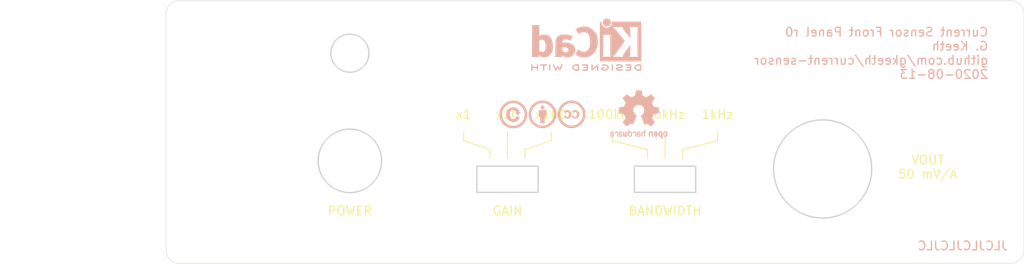
<source format=kicad_pcb>
(kicad_pcb (version 20171130) (host pcbnew 5.1.6)

  (general
    (thickness 1.6)
    (drawings 54)
    (tracks 0)
    (zones 0)
    (modules 8)
    (nets 1)
  )

  (page A4)
  (layers
    (0 F.Cu signal)
    (31 B.Cu signal)
    (32 B.Adhes user)
    (33 F.Adhes user)
    (34 B.Paste user)
    (35 F.Paste user)
    (36 B.SilkS user)
    (37 F.SilkS user)
    (38 B.Mask user)
    (39 F.Mask user)
    (40 Dwgs.User user)
    (41 Cmts.User user)
    (42 Eco1.User user)
    (43 Eco2.User user)
    (44 Edge.Cuts user)
    (45 Margin user)
    (46 B.CrtYd user)
    (47 F.CrtYd user)
    (48 B.Fab user)
    (49 F.Fab user)
  )

  (setup
    (last_trace_width 0.25)
    (trace_clearance 0.2)
    (zone_clearance 0.508)
    (zone_45_only no)
    (trace_min 0.2)
    (via_size 0.8)
    (via_drill 0.4)
    (via_min_size 0.4)
    (via_min_drill 0.3)
    (uvia_size 0.3)
    (uvia_drill 0.1)
    (uvias_allowed no)
    (uvia_min_size 0.2)
    (uvia_min_drill 0.1)
    (edge_width 0.05)
    (segment_width 0.2)
    (pcb_text_width 0.3)
    (pcb_text_size 1.5 1.5)
    (mod_edge_width 0.12)
    (mod_text_size 1 1)
    (mod_text_width 0.15)
    (pad_size 1.524 1.524)
    (pad_drill 0.762)
    (pad_to_mask_clearance 0.05)
    (aux_axis_origin 100 150)
    (grid_origin 100 150)
    (visible_elements FFFFFF7F)
    (pcbplotparams
      (layerselection 0x010fc_ffffffff)
      (usegerberextensions false)
      (usegerberattributes true)
      (usegerberadvancedattributes true)
      (creategerberjobfile true)
      (excludeedgelayer true)
      (linewidth 0.100000)
      (plotframeref false)
      (viasonmask false)
      (mode 1)
      (useauxorigin false)
      (hpglpennumber 1)
      (hpglpenspeed 20)
      (hpglpendiameter 15.000000)
      (psnegative false)
      (psa4output false)
      (plotreference true)
      (plotvalue true)
      (plotinvisibletext false)
      (padsonsilk false)
      (subtractmaskfromsilk false)
      (outputformat 1)
      (mirror false)
      (drillshape 1)
      (scaleselection 1)
      (outputdirectory ""))
  )

  (net 0 "")

  (net_class Default "This is the default net class."
    (clearance 0.2)
    (trace_width 0.25)
    (via_dia 0.8)
    (via_drill 0.4)
    (uvia_dia 0.3)
    (uvia_drill 0.1)
  )

  (module Symbol:OSHW-Logo2_7.3x6mm_SilkScreen (layer B.Cu) (tedit 0) (tstamp 5F35E535)
    (at 154 133 180)
    (descr "Open Source Hardware Symbol")
    (tags "Logo Symbol OSHW")
    (path /5F35E407)
    (attr virtual)
    (fp_text reference LOGO3 (at 0 0) (layer B.SilkS) hide
      (effects (font (size 1 1) (thickness 0.15)) (justify mirror))
    )
    (fp_text value Logo_Open_Hardware_Small (at 0.75 0) (layer B.Fab) hide
      (effects (font (size 1 1) (thickness 0.15)) (justify mirror))
    )
    (fp_poly (pts (xy -2.400256 -1.919918) (xy -2.344799 -1.947568) (xy -2.295852 -1.99848) (xy -2.282371 -2.017338)
      (xy -2.267686 -2.042015) (xy -2.258158 -2.068816) (xy -2.252707 -2.104587) (xy -2.250253 -2.156169)
      (xy -2.249714 -2.224267) (xy -2.252148 -2.317588) (xy -2.260606 -2.387657) (xy -2.276826 -2.439931)
      (xy -2.302546 -2.479869) (xy -2.339503 -2.512929) (xy -2.342218 -2.514886) (xy -2.37864 -2.534908)
      (xy -2.422498 -2.544815) (xy -2.478276 -2.547257) (xy -2.568952 -2.547257) (xy -2.56899 -2.635283)
      (xy -2.569834 -2.684308) (xy -2.574976 -2.713065) (xy -2.588413 -2.730311) (xy -2.614142 -2.744808)
      (xy -2.620321 -2.747769) (xy -2.649236 -2.761648) (xy -2.671624 -2.770414) (xy -2.688271 -2.771171)
      (xy -2.699964 -2.761023) (xy -2.70749 -2.737073) (xy -2.711634 -2.696426) (xy -2.713185 -2.636186)
      (xy -2.712929 -2.553455) (xy -2.711651 -2.445339) (xy -2.711252 -2.413) (xy -2.709815 -2.301524)
      (xy -2.708528 -2.228603) (xy -2.569029 -2.228603) (xy -2.568245 -2.290499) (xy -2.56476 -2.330997)
      (xy -2.556876 -2.357708) (xy -2.542895 -2.378244) (xy -2.533403 -2.38826) (xy -2.494596 -2.417567)
      (xy -2.460237 -2.419952) (xy -2.424784 -2.39575) (xy -2.423886 -2.394857) (xy -2.409461 -2.376153)
      (xy -2.400687 -2.350732) (xy -2.396261 -2.311584) (xy -2.394882 -2.251697) (xy -2.394857 -2.23843)
      (xy -2.398188 -2.155901) (xy -2.409031 -2.098691) (xy -2.42866 -2.063766) (xy -2.45835 -2.048094)
      (xy -2.475509 -2.046514) (xy -2.516234 -2.053926) (xy -2.544168 -2.07833) (xy -2.560983 -2.12298)
      (xy -2.56835 -2.19113) (xy -2.569029 -2.228603) (xy -2.708528 -2.228603) (xy -2.708292 -2.215245)
      (xy -2.706323 -2.150333) (xy -2.70355 -2.102958) (xy -2.699612 -2.06929) (xy -2.694151 -2.045498)
      (xy -2.686808 -2.027753) (xy -2.677223 -2.012224) (xy -2.673113 -2.006381) (xy -2.618595 -1.951185)
      (xy -2.549664 -1.91989) (xy -2.469928 -1.911165) (xy -2.400256 -1.919918)) (layer B.SilkS) (width 0.01))
    (fp_poly (pts (xy -1.283907 -1.92778) (xy -1.237328 -1.954723) (xy -1.204943 -1.981466) (xy -1.181258 -2.009484)
      (xy -1.164941 -2.043748) (xy -1.154661 -2.089227) (xy -1.149086 -2.150892) (xy -1.146884 -2.233711)
      (xy -1.146629 -2.293246) (xy -1.146629 -2.512391) (xy -1.208314 -2.540044) (xy -1.27 -2.567697)
      (xy -1.277257 -2.32767) (xy -1.280256 -2.238028) (xy -1.283402 -2.172962) (xy -1.287299 -2.128026)
      (xy -1.292553 -2.09877) (xy -1.299769 -2.080748) (xy -1.30955 -2.069511) (xy -1.312688 -2.067079)
      (xy -1.360239 -2.048083) (xy -1.408303 -2.0556) (xy -1.436914 -2.075543) (xy -1.448553 -2.089675)
      (xy -1.456609 -2.10822) (xy -1.461729 -2.136334) (xy -1.464559 -2.179173) (xy -1.465744 -2.241895)
      (xy -1.465943 -2.307261) (xy -1.465982 -2.389268) (xy -1.467386 -2.447316) (xy -1.472086 -2.486465)
      (xy -1.482013 -2.51178) (xy -1.499097 -2.528323) (xy -1.525268 -2.541156) (xy -1.560225 -2.554491)
      (xy -1.598404 -2.569007) (xy -1.593859 -2.311389) (xy -1.592029 -2.218519) (xy -1.589888 -2.149889)
      (xy -1.586819 -2.100711) (xy -1.582206 -2.066198) (xy -1.575432 -2.041562) (xy -1.565881 -2.022016)
      (xy -1.554366 -2.00477) (xy -1.49881 -1.94968) (xy -1.43102 -1.917822) (xy -1.357287 -1.910191)
      (xy -1.283907 -1.92778)) (layer B.SilkS) (width 0.01))
    (fp_poly (pts (xy -2.958885 -1.921962) (xy -2.890855 -1.957733) (xy -2.840649 -2.015301) (xy -2.822815 -2.052312)
      (xy -2.808937 -2.107882) (xy -2.801833 -2.178096) (xy -2.80116 -2.254727) (xy -2.806573 -2.329552)
      (xy -2.81773 -2.394342) (xy -2.834286 -2.440873) (xy -2.839374 -2.448887) (xy -2.899645 -2.508707)
      (xy -2.971231 -2.544535) (xy -3.048908 -2.55502) (xy -3.127452 -2.53881) (xy -3.149311 -2.529092)
      (xy -3.191878 -2.499143) (xy -3.229237 -2.459433) (xy -3.232768 -2.454397) (xy -3.247119 -2.430124)
      (xy -3.256606 -2.404178) (xy -3.26221 -2.370022) (xy -3.264914 -2.321119) (xy -3.265701 -2.250935)
      (xy -3.265714 -2.2352) (xy -3.265678 -2.230192) (xy -3.120571 -2.230192) (xy -3.119727 -2.29643)
      (xy -3.116404 -2.340386) (xy -3.109417 -2.368779) (xy -3.097584 -2.388325) (xy -3.091543 -2.394857)
      (xy -3.056814 -2.41968) (xy -3.023097 -2.418548) (xy -2.989005 -2.397016) (xy -2.968671 -2.374029)
      (xy -2.956629 -2.340478) (xy -2.949866 -2.287569) (xy -2.949402 -2.281399) (xy -2.948248 -2.185513)
      (xy -2.960312 -2.114299) (xy -2.98543 -2.068194) (xy -3.02344 -2.047635) (xy -3.037008 -2.046514)
      (xy -3.072636 -2.052152) (xy -3.097006 -2.071686) (xy -3.111907 -2.109042) (xy -3.119125 -2.16815)
      (xy -3.120571 -2.230192) (xy -3.265678 -2.230192) (xy -3.265174 -2.160413) (xy -3.262904 -2.108159)
      (xy -3.257932 -2.071949) (xy -3.249287 -2.045299) (xy -3.235995 -2.021722) (xy -3.233057 -2.017338)
      (xy -3.183687 -1.958249) (xy -3.129891 -1.923947) (xy -3.064398 -1.910331) (xy -3.042158 -1.909665)
      (xy -2.958885 -1.921962)) (layer B.SilkS) (width 0.01))
    (fp_poly (pts (xy -1.831697 -1.931239) (xy -1.774473 -1.969735) (xy -1.730251 -2.025335) (xy -1.703833 -2.096086)
      (xy -1.69849 -2.148162) (xy -1.699097 -2.169893) (xy -1.704178 -2.186531) (xy -1.718145 -2.201437)
      (xy -1.745411 -2.217973) (xy -1.790388 -2.239498) (xy -1.857489 -2.269374) (xy -1.857829 -2.269524)
      (xy -1.919593 -2.297813) (xy -1.970241 -2.322933) (xy -2.004596 -2.342179) (xy -2.017482 -2.352848)
      (xy -2.017486 -2.352934) (xy -2.006128 -2.376166) (xy -1.979569 -2.401774) (xy -1.949077 -2.420221)
      (xy -1.93363 -2.423886) (xy -1.891485 -2.411212) (xy -1.855192 -2.379471) (xy -1.837483 -2.344572)
      (xy -1.820448 -2.318845) (xy -1.787078 -2.289546) (xy -1.747851 -2.264235) (xy -1.713244 -2.250471)
      (xy -1.706007 -2.249714) (xy -1.697861 -2.26216) (xy -1.69737 -2.293972) (xy -1.703357 -2.336866)
      (xy -1.714643 -2.382558) (xy -1.73005 -2.422761) (xy -1.730829 -2.424322) (xy -1.777196 -2.489062)
      (xy -1.837289 -2.533097) (xy -1.905535 -2.554711) (xy -1.976362 -2.552185) (xy -2.044196 -2.523804)
      (xy -2.047212 -2.521808) (xy -2.100573 -2.473448) (xy -2.13566 -2.410352) (xy -2.155078 -2.327387)
      (xy -2.157684 -2.304078) (xy -2.162299 -2.194055) (xy -2.156767 -2.142748) (xy -2.017486 -2.142748)
      (xy -2.015676 -2.174753) (xy -2.005778 -2.184093) (xy -1.981102 -2.177105) (xy -1.942205 -2.160587)
      (xy -1.898725 -2.139881) (xy -1.897644 -2.139333) (xy -1.860791 -2.119949) (xy -1.846 -2.107013)
      (xy -1.849647 -2.093451) (xy -1.865005 -2.075632) (xy -1.904077 -2.049845) (xy -1.946154 -2.04795)
      (xy -1.983897 -2.066717) (xy -2.009966 -2.102915) (xy -2.017486 -2.142748) (xy -2.156767 -2.142748)
      (xy -2.152806 -2.106027) (xy -2.12845 -2.036212) (xy -2.094544 -1.987302) (xy -2.033347 -1.937878)
      (xy -1.965937 -1.913359) (xy -1.89712 -1.911797) (xy -1.831697 -1.931239)) (layer B.SilkS) (width 0.01))
    (fp_poly (pts (xy -0.624114 -1.851289) (xy -0.619861 -1.910613) (xy -0.614975 -1.945572) (xy -0.608205 -1.96082)
      (xy -0.598298 -1.961015) (xy -0.595086 -1.959195) (xy -0.552356 -1.946015) (xy -0.496773 -1.946785)
      (xy -0.440263 -1.960333) (xy -0.404918 -1.977861) (xy -0.368679 -2.005861) (xy -0.342187 -2.037549)
      (xy -0.324001 -2.077813) (xy -0.312678 -2.131543) (xy -0.306778 -2.203626) (xy -0.304857 -2.298951)
      (xy -0.304823 -2.317237) (xy -0.3048 -2.522646) (xy -0.350509 -2.53858) (xy -0.382973 -2.54942)
      (xy -0.400785 -2.554468) (xy -0.401309 -2.554514) (xy -0.403063 -2.540828) (xy -0.404556 -2.503076)
      (xy -0.405674 -2.446224) (xy -0.406303 -2.375234) (xy -0.4064 -2.332073) (xy -0.406602 -2.246973)
      (xy -0.407642 -2.185981) (xy -0.410169 -2.144177) (xy -0.414836 -2.116642) (xy -0.422293 -2.098456)
      (xy -0.433189 -2.084698) (xy -0.439993 -2.078073) (xy -0.486728 -2.051375) (xy -0.537728 -2.049375)
      (xy -0.583999 -2.071955) (xy -0.592556 -2.080107) (xy -0.605107 -2.095436) (xy -0.613812 -2.113618)
      (xy -0.619369 -2.139909) (xy -0.622474 -2.179562) (xy -0.623824 -2.237832) (xy -0.624114 -2.318173)
      (xy -0.624114 -2.522646) (xy -0.669823 -2.53858) (xy -0.702287 -2.54942) (xy -0.720099 -2.554468)
      (xy -0.720623 -2.554514) (xy -0.721963 -2.540623) (xy -0.723172 -2.501439) (xy -0.724199 -2.4407)
      (xy -0.724998 -2.362141) (xy -0.725519 -2.269498) (xy -0.725714 -2.166509) (xy -0.725714 -1.769342)
      (xy -0.678543 -1.749444) (xy -0.631371 -1.729547) (xy -0.624114 -1.851289)) (layer B.SilkS) (width 0.01))
    (fp_poly (pts (xy 0.039744 -1.950968) (xy 0.096616 -1.972087) (xy 0.097267 -1.972493) (xy 0.13244 -1.99838)
      (xy 0.158407 -2.028633) (xy 0.17667 -2.068058) (xy 0.188732 -2.121462) (xy 0.196096 -2.193651)
      (xy 0.200264 -2.289432) (xy 0.200629 -2.303078) (xy 0.205876 -2.508842) (xy 0.161716 -2.531678)
      (xy 0.129763 -2.54711) (xy 0.11047 -2.554423) (xy 0.109578 -2.554514) (xy 0.106239 -2.541022)
      (xy 0.103587 -2.504626) (xy 0.101956 -2.451452) (xy 0.1016 -2.408393) (xy 0.101592 -2.338641)
      (xy 0.098403 -2.294837) (xy 0.087288 -2.273944) (xy 0.063501 -2.272925) (xy 0.022296 -2.288741)
      (xy -0.039914 -2.317815) (xy -0.085659 -2.341963) (xy -0.109187 -2.362913) (xy -0.116104 -2.385747)
      (xy -0.116114 -2.386877) (xy -0.104701 -2.426212) (xy -0.070908 -2.447462) (xy -0.019191 -2.450539)
      (xy 0.018061 -2.450006) (xy 0.037703 -2.460735) (xy 0.049952 -2.486505) (xy 0.057002 -2.519337)
      (xy 0.046842 -2.537966) (xy 0.043017 -2.540632) (xy 0.007001 -2.55134) (xy -0.043434 -2.552856)
      (xy -0.095374 -2.545759) (xy -0.132178 -2.532788) (xy -0.183062 -2.489585) (xy -0.211986 -2.429446)
      (xy -0.217714 -2.382462) (xy -0.213343 -2.340082) (xy -0.197525 -2.305488) (xy -0.166203 -2.274763)
      (xy -0.115322 -2.24399) (xy -0.040824 -2.209252) (xy -0.036286 -2.207288) (xy 0.030821 -2.176287)
      (xy 0.072232 -2.150862) (xy 0.089981 -2.128014) (xy 0.086107 -2.104745) (xy 0.062643 -2.078056)
      (xy 0.055627 -2.071914) (xy 0.00863 -2.0481) (xy -0.040067 -2.049103) (xy -0.082478 -2.072451)
      (xy -0.110616 -2.115675) (xy -0.113231 -2.12416) (xy -0.138692 -2.165308) (xy -0.170999 -2.185128)
      (xy -0.217714 -2.20477) (xy -0.217714 -2.15395) (xy -0.203504 -2.080082) (xy -0.161325 -2.012327)
      (xy -0.139376 -1.989661) (xy -0.089483 -1.960569) (xy -0.026033 -1.9474) (xy 0.039744 -1.950968)) (layer B.SilkS) (width 0.01))
    (fp_poly (pts (xy 0.529926 -1.949755) (xy 0.595858 -1.974084) (xy 0.649273 -2.017117) (xy 0.670164 -2.047409)
      (xy 0.692939 -2.102994) (xy 0.692466 -2.143186) (xy 0.668562 -2.170217) (xy 0.659717 -2.174813)
      (xy 0.62153 -2.189144) (xy 0.602028 -2.185472) (xy 0.595422 -2.161407) (xy 0.595086 -2.148114)
      (xy 0.582992 -2.09921) (xy 0.551471 -2.064999) (xy 0.507659 -2.048476) (xy 0.458695 -2.052634)
      (xy 0.418894 -2.074227) (xy 0.40545 -2.086544) (xy 0.395921 -2.101487) (xy 0.389485 -2.124075)
      (xy 0.385317 -2.159328) (xy 0.382597 -2.212266) (xy 0.380502 -2.287907) (xy 0.37996 -2.311857)
      (xy 0.377981 -2.39379) (xy 0.375731 -2.451455) (xy 0.372357 -2.489608) (xy 0.367006 -2.513004)
      (xy 0.358824 -2.526398) (xy 0.346959 -2.534545) (xy 0.339362 -2.538144) (xy 0.307102 -2.550452)
      (xy 0.288111 -2.554514) (xy 0.281836 -2.540948) (xy 0.278006 -2.499934) (xy 0.2766 -2.430999)
      (xy 0.277598 -2.333669) (xy 0.277908 -2.318657) (xy 0.280101 -2.229859) (xy 0.282693 -2.165019)
      (xy 0.286382 -2.119067) (xy 0.291864 -2.086935) (xy 0.299835 -2.063553) (xy 0.310993 -2.043852)
      (xy 0.31683 -2.03541) (xy 0.350296 -1.998057) (xy 0.387727 -1.969003) (xy 0.392309 -1.966467)
      (xy 0.459426 -1.946443) (xy 0.529926 -1.949755)) (layer B.SilkS) (width 0.01))
    (fp_poly (pts (xy 1.190117 -2.065358) (xy 1.189933 -2.173837) (xy 1.189219 -2.257287) (xy 1.187675 -2.319704)
      (xy 1.185001 -2.365085) (xy 1.180894 -2.397429) (xy 1.175055 -2.420733) (xy 1.167182 -2.438995)
      (xy 1.161221 -2.449418) (xy 1.111855 -2.505945) (xy 1.049264 -2.541377) (xy 0.980013 -2.55409)
      (xy 0.910668 -2.542463) (xy 0.869375 -2.521568) (xy 0.826025 -2.485422) (xy 0.796481 -2.441276)
      (xy 0.778655 -2.383462) (xy 0.770463 -2.306313) (xy 0.769302 -2.249714) (xy 0.769458 -2.245647)
      (xy 0.870857 -2.245647) (xy 0.871476 -2.31055) (xy 0.874314 -2.353514) (xy 0.88084 -2.381622)
      (xy 0.892523 -2.401953) (xy 0.906483 -2.417288) (xy 0.953365 -2.44689) (xy 1.003701 -2.449419)
      (xy 1.051276 -2.424705) (xy 1.054979 -2.421356) (xy 1.070783 -2.403935) (xy 1.080693 -2.383209)
      (xy 1.086058 -2.352362) (xy 1.088228 -2.304577) (xy 1.088571 -2.251748) (xy 1.087827 -2.185381)
      (xy 1.084748 -2.141106) (xy 1.078061 -2.112009) (xy 1.066496 -2.091173) (xy 1.057013 -2.080107)
      (xy 1.01296 -2.052198) (xy 0.962224 -2.048843) (xy 0.913796 -2.070159) (xy 0.90445 -2.078073)
      (xy 0.88854 -2.095647) (xy 0.87861 -2.116587) (xy 0.873278 -2.147782) (xy 0.871163 -2.196122)
      (xy 0.870857 -2.245647) (xy 0.769458 -2.245647) (xy 0.77281 -2.158568) (xy 0.784726 -2.090086)
      (xy 0.807135 -2.0386) (xy 0.842124 -1.998443) (xy 0.869375 -1.977861) (xy 0.918907 -1.955625)
      (xy 0.976316 -1.945304) (xy 1.029682 -1.948067) (xy 1.059543 -1.959212) (xy 1.071261 -1.962383)
      (xy 1.079037 -1.950557) (xy 1.084465 -1.918866) (xy 1.088571 -1.870593) (xy 1.093067 -1.816829)
      (xy 1.099313 -1.784482) (xy 1.110676 -1.765985) (xy 1.130528 -1.75377) (xy 1.143 -1.748362)
      (xy 1.190171 -1.728601) (xy 1.190117 -2.065358)) (layer B.SilkS) (width 0.01))
    (fp_poly (pts (xy 1.779833 -1.958663) (xy 1.782048 -1.99685) (xy 1.783784 -2.054886) (xy 1.784899 -2.12818)
      (xy 1.785257 -2.205055) (xy 1.785257 -2.465196) (xy 1.739326 -2.511127) (xy 1.707675 -2.539429)
      (xy 1.67989 -2.550893) (xy 1.641915 -2.550168) (xy 1.62684 -2.548321) (xy 1.579726 -2.542948)
      (xy 1.540756 -2.539869) (xy 1.531257 -2.539585) (xy 1.499233 -2.541445) (xy 1.453432 -2.546114)
      (xy 1.435674 -2.548321) (xy 1.392057 -2.551735) (xy 1.362745 -2.54432) (xy 1.33368 -2.521427)
      (xy 1.323188 -2.511127) (xy 1.277257 -2.465196) (xy 1.277257 -1.978602) (xy 1.314226 -1.961758)
      (xy 1.346059 -1.949282) (xy 1.364683 -1.944914) (xy 1.369458 -1.958718) (xy 1.373921 -1.997286)
      (xy 1.377775 -2.056356) (xy 1.380722 -2.131663) (xy 1.382143 -2.195286) (xy 1.386114 -2.445657)
      (xy 1.420759 -2.450556) (xy 1.452268 -2.447131) (xy 1.467708 -2.436041) (xy 1.472023 -2.415308)
      (xy 1.475708 -2.371145) (xy 1.478469 -2.309146) (xy 1.480012 -2.234909) (xy 1.480235 -2.196706)
      (xy 1.480457 -1.976783) (xy 1.526166 -1.960849) (xy 1.558518 -1.950015) (xy 1.576115 -1.944962)
      (xy 1.576623 -1.944914) (xy 1.578388 -1.958648) (xy 1.580329 -1.99673) (xy 1.582282 -2.054482)
      (xy 1.584084 -2.127227) (xy 1.585343 -2.195286) (xy 1.589314 -2.445657) (xy 1.6764 -2.445657)
      (xy 1.680396 -2.21724) (xy 1.684392 -1.988822) (xy 1.726847 -1.966868) (xy 1.758192 -1.951793)
      (xy 1.776744 -1.944951) (xy 1.777279 -1.944914) (xy 1.779833 -1.958663)) (layer B.SilkS) (width 0.01))
    (fp_poly (pts (xy 2.144876 -1.956335) (xy 2.186667 -1.975344) (xy 2.219469 -1.998378) (xy 2.243503 -2.024133)
      (xy 2.260097 -2.057358) (xy 2.270577 -2.1028) (xy 2.276271 -2.165207) (xy 2.278507 -2.249327)
      (xy 2.278743 -2.304721) (xy 2.278743 -2.520826) (xy 2.241774 -2.53767) (xy 2.212656 -2.549981)
      (xy 2.198231 -2.554514) (xy 2.195472 -2.541025) (xy 2.193282 -2.504653) (xy 2.191942 -2.451542)
      (xy 2.191657 -2.409372) (xy 2.190434 -2.348447) (xy 2.187136 -2.300115) (xy 2.182321 -2.270518)
      (xy 2.178496 -2.264229) (xy 2.152783 -2.270652) (xy 2.112418 -2.287125) (xy 2.065679 -2.309458)
      (xy 2.020845 -2.333457) (xy 1.986193 -2.35493) (xy 1.970002 -2.369685) (xy 1.969938 -2.369845)
      (xy 1.97133 -2.397152) (xy 1.983818 -2.423219) (xy 2.005743 -2.444392) (xy 2.037743 -2.451474)
      (xy 2.065092 -2.450649) (xy 2.103826 -2.450042) (xy 2.124158 -2.459116) (xy 2.136369 -2.483092)
      (xy 2.137909 -2.487613) (xy 2.143203 -2.521806) (xy 2.129047 -2.542568) (xy 2.092148 -2.552462)
      (xy 2.052289 -2.554292) (xy 1.980562 -2.540727) (xy 1.943432 -2.521355) (xy 1.897576 -2.475845)
      (xy 1.873256 -2.419983) (xy 1.871073 -2.360957) (xy 1.891629 -2.305953) (xy 1.922549 -2.271486)
      (xy 1.95342 -2.252189) (xy 2.001942 -2.227759) (xy 2.058485 -2.202985) (xy 2.06791 -2.199199)
      (xy 2.130019 -2.171791) (xy 2.165822 -2.147634) (xy 2.177337 -2.123619) (xy 2.16658 -2.096635)
      (xy 2.148114 -2.075543) (xy 2.104469 -2.049572) (xy 2.056446 -2.047624) (xy 2.012406 -2.067637)
      (xy 1.980709 -2.107551) (xy 1.976549 -2.117848) (xy 1.952327 -2.155724) (xy 1.916965 -2.183842)
      (xy 1.872343 -2.206917) (xy 1.872343 -2.141485) (xy 1.874969 -2.101506) (xy 1.88623 -2.069997)
      (xy 1.911199 -2.036378) (xy 1.935169 -2.010484) (xy 1.972441 -1.973817) (xy 2.001401 -1.954121)
      (xy 2.032505 -1.94622) (xy 2.067713 -1.944914) (xy 2.144876 -1.956335)) (layer B.SilkS) (width 0.01))
    (fp_poly (pts (xy 2.6526 -1.958752) (xy 2.669948 -1.966334) (xy 2.711356 -1.999128) (xy 2.746765 -2.046547)
      (xy 2.768664 -2.097151) (xy 2.772229 -2.122098) (xy 2.760279 -2.156927) (xy 2.734067 -2.175357)
      (xy 2.705964 -2.186516) (xy 2.693095 -2.188572) (xy 2.686829 -2.173649) (xy 2.674456 -2.141175)
      (xy 2.669028 -2.126502) (xy 2.63859 -2.075744) (xy 2.59452 -2.050427) (xy 2.53801 -2.051206)
      (xy 2.533825 -2.052203) (xy 2.503655 -2.066507) (xy 2.481476 -2.094393) (xy 2.466327 -2.139287)
      (xy 2.45725 -2.204615) (xy 2.453286 -2.293804) (xy 2.452914 -2.341261) (xy 2.45273 -2.416071)
      (xy 2.451522 -2.467069) (xy 2.448309 -2.499471) (xy 2.442109 -2.518495) (xy 2.43194 -2.529356)
      (xy 2.416819 -2.537272) (xy 2.415946 -2.53767) (xy 2.386828 -2.549981) (xy 2.372403 -2.554514)
      (xy 2.370186 -2.540809) (xy 2.368289 -2.502925) (xy 2.366847 -2.445715) (xy 2.365998 -2.374027)
      (xy 2.365829 -2.321565) (xy 2.366692 -2.220047) (xy 2.37007 -2.143032) (xy 2.377142 -2.086023)
      (xy 2.389088 -2.044526) (xy 2.40709 -2.014043) (xy 2.432327 -1.99008) (xy 2.457247 -1.973355)
      (xy 2.517171 -1.951097) (xy 2.586911 -1.946076) (xy 2.6526 -1.958752)) (layer B.SilkS) (width 0.01))
    (fp_poly (pts (xy 3.153595 -1.966966) (xy 3.211021 -2.004497) (xy 3.238719 -2.038096) (xy 3.260662 -2.099064)
      (xy 3.262405 -2.147308) (xy 3.258457 -2.211816) (xy 3.109686 -2.276934) (xy 3.037349 -2.310202)
      (xy 2.990084 -2.336964) (xy 2.965507 -2.360144) (xy 2.961237 -2.382667) (xy 2.974889 -2.407455)
      (xy 2.989943 -2.423886) (xy 3.033746 -2.450235) (xy 3.081389 -2.452081) (xy 3.125145 -2.431546)
      (xy 3.157289 -2.390752) (xy 3.163038 -2.376347) (xy 3.190576 -2.331356) (xy 3.222258 -2.312182)
      (xy 3.265714 -2.295779) (xy 3.265714 -2.357966) (xy 3.261872 -2.400283) (xy 3.246823 -2.435969)
      (xy 3.21528 -2.476943) (xy 3.210592 -2.482267) (xy 3.175506 -2.51872) (xy 3.145347 -2.538283)
      (xy 3.107615 -2.547283) (xy 3.076335 -2.55023) (xy 3.020385 -2.550965) (xy 2.980555 -2.54166)
      (xy 2.955708 -2.527846) (xy 2.916656 -2.497467) (xy 2.889625 -2.464613) (xy 2.872517 -2.423294)
      (xy 2.863238 -2.367521) (xy 2.859693 -2.291305) (xy 2.85941 -2.252622) (xy 2.860372 -2.206247)
      (xy 2.948007 -2.206247) (xy 2.949023 -2.231126) (xy 2.951556 -2.2352) (xy 2.968274 -2.229665)
      (xy 3.004249 -2.215017) (xy 3.052331 -2.19419) (xy 3.062386 -2.189714) (xy 3.123152 -2.158814)
      (xy 3.156632 -2.131657) (xy 3.16399 -2.10622) (xy 3.146391 -2.080481) (xy 3.131856 -2.069109)
      (xy 3.07941 -2.046364) (xy 3.030322 -2.050122) (xy 2.989227 -2.077884) (xy 2.960758 -2.127152)
      (xy 2.951631 -2.166257) (xy 2.948007 -2.206247) (xy 2.860372 -2.206247) (xy 2.861285 -2.162249)
      (xy 2.868196 -2.095384) (xy 2.881884 -2.046695) (xy 2.904096 -2.010849) (xy 2.936574 -1.982513)
      (xy 2.950733 -1.973355) (xy 3.015053 -1.949507) (xy 3.085473 -1.948006) (xy 3.153595 -1.966966)) (layer B.SilkS) (width 0.01))
    (fp_poly (pts (xy 0.10391 2.757652) (xy 0.182454 2.757222) (xy 0.239298 2.756058) (xy 0.278105 2.753793)
      (xy 0.302538 2.75006) (xy 0.316262 2.744494) (xy 0.32294 2.736727) (xy 0.326236 2.726395)
      (xy 0.326556 2.725057) (xy 0.331562 2.700921) (xy 0.340829 2.653299) (xy 0.353392 2.587259)
      (xy 0.368287 2.507872) (xy 0.384551 2.420204) (xy 0.385119 2.417125) (xy 0.40141 2.331211)
      (xy 0.416652 2.255304) (xy 0.429861 2.193955) (xy 0.440054 2.151718) (xy 0.446248 2.133145)
      (xy 0.446543 2.132816) (xy 0.464788 2.123747) (xy 0.502405 2.108633) (xy 0.551271 2.090738)
      (xy 0.551543 2.090642) (xy 0.613093 2.067507) (xy 0.685657 2.038035) (xy 0.754057 2.008403)
      (xy 0.757294 2.006938) (xy 0.868702 1.956374) (xy 1.115399 2.12484) (xy 1.191077 2.176197)
      (xy 1.259631 2.222111) (xy 1.317088 2.25997) (xy 1.359476 2.287163) (xy 1.382825 2.301079)
      (xy 1.385042 2.302111) (xy 1.40201 2.297516) (xy 1.433701 2.275345) (xy 1.481352 2.234553)
      (xy 1.546198 2.174095) (xy 1.612397 2.109773) (xy 1.676214 2.046388) (xy 1.733329 1.988549)
      (xy 1.780305 1.939825) (xy 1.813703 1.90379) (xy 1.830085 1.884016) (xy 1.830694 1.882998)
      (xy 1.832505 1.869428) (xy 1.825683 1.847267) (xy 1.80854 1.813522) (xy 1.779393 1.7652)
      (xy 1.736555 1.699308) (xy 1.679448 1.614483) (xy 1.628766 1.539823) (xy 1.583461 1.47286)
      (xy 1.54615 1.417484) (xy 1.519452 1.37758) (xy 1.505985 1.357038) (xy 1.505137 1.355644)
      (xy 1.506781 1.335962) (xy 1.519245 1.297707) (xy 1.540048 1.248111) (xy 1.547462 1.232272)
      (xy 1.579814 1.16171) (xy 1.614328 1.081647) (xy 1.642365 1.012371) (xy 1.662568 0.960955)
      (xy 1.678615 0.921881) (xy 1.687888 0.901459) (xy 1.689041 0.899886) (xy 1.706096 0.897279)
      (xy 1.746298 0.890137) (xy 1.804302 0.879477) (xy 1.874763 0.866315) (xy 1.952335 0.851667)
      (xy 2.031672 0.836551) (xy 2.107431 0.821982) (xy 2.174264 0.808978) (xy 2.226828 0.798555)
      (xy 2.259776 0.79173) (xy 2.267857 0.789801) (xy 2.276205 0.785038) (xy 2.282506 0.774282)
      (xy 2.287045 0.753902) (xy 2.290104 0.720266) (xy 2.291967 0.669745) (xy 2.292918 0.598708)
      (xy 2.29324 0.503524) (xy 2.293257 0.464508) (xy 2.293257 0.147201) (xy 2.217057 0.132161)
      (xy 2.174663 0.124005) (xy 2.1114 0.112101) (xy 2.034962 0.097884) (xy 1.953043 0.08279)
      (xy 1.9304 0.078645) (xy 1.854806 0.063947) (xy 1.788953 0.049495) (xy 1.738366 0.036625)
      (xy 1.708574 0.026678) (xy 1.703612 0.023713) (xy 1.691426 0.002717) (xy 1.673953 -0.037967)
      (xy 1.654577 -0.090322) (xy 1.650734 -0.1016) (xy 1.625339 -0.171523) (xy 1.593817 -0.250418)
      (xy 1.562969 -0.321266) (xy 1.562817 -0.321595) (xy 1.511447 -0.432733) (xy 1.680399 -0.681253)
      (xy 1.849352 -0.929772) (xy 1.632429 -1.147058) (xy 1.566819 -1.211726) (xy 1.506979 -1.268733)
      (xy 1.456267 -1.315033) (xy 1.418046 -1.347584) (xy 1.395675 -1.363343) (xy 1.392466 -1.364343)
      (xy 1.373626 -1.356469) (xy 1.33518 -1.334578) (xy 1.28133 -1.301267) (xy 1.216276 -1.259131)
      (xy 1.14594 -1.211943) (xy 1.074555 -1.16381) (xy 1.010908 -1.121928) (xy 0.959041 -1.088871)
      (xy 0.922995 -1.067218) (xy 0.906867 -1.059543) (xy 0.887189 -1.066037) (xy 0.849875 -1.08315)
      (xy 0.802621 -1.107326) (xy 0.797612 -1.110013) (xy 0.733977 -1.141927) (xy 0.690341 -1.157579)
      (xy 0.663202 -1.157745) (xy 0.649057 -1.143204) (xy 0.648975 -1.143) (xy 0.641905 -1.125779)
      (xy 0.625042 -1.084899) (xy 0.599695 -1.023525) (xy 0.567171 -0.944819) (xy 0.528778 -0.851947)
      (xy 0.485822 -0.748072) (xy 0.444222 -0.647502) (xy 0.398504 -0.536516) (xy 0.356526 -0.433703)
      (xy 0.319548 -0.342215) (xy 0.288827 -0.265201) (xy 0.265622 -0.205815) (xy 0.25119 -0.167209)
      (xy 0.246743 -0.1528) (xy 0.257896 -0.136272) (xy 0.287069 -0.10993) (xy 0.325971 -0.080887)
      (xy 0.436757 0.010961) (xy 0.523351 0.116241) (xy 0.584716 0.232734) (xy 0.619815 0.358224)
      (xy 0.627608 0.490493) (xy 0.621943 0.551543) (xy 0.591078 0.678205) (xy 0.53792 0.790059)
      (xy 0.465767 0.885999) (xy 0.377917 0.964924) (xy 0.277665 1.02573) (xy 0.16831 1.067313)
      (xy 0.053147 1.088572) (xy -0.064525 1.088401) (xy -0.18141 1.065699) (xy -0.294211 1.019362)
      (xy -0.399631 0.948287) (xy -0.443632 0.908089) (xy -0.528021 0.804871) (xy -0.586778 0.692075)
      (xy -0.620296 0.57299) (xy -0.628965 0.450905) (xy -0.613177 0.329107) (xy -0.573322 0.210884)
      (xy -0.509793 0.099525) (xy -0.422979 -0.001684) (xy -0.325971 -0.080887) (xy -0.285563 -0.111162)
      (xy -0.257018 -0.137219) (xy -0.246743 -0.152825) (xy -0.252123 -0.169843) (xy -0.267425 -0.2105)
      (xy -0.291388 -0.271642) (xy -0.322756 -0.350119) (xy -0.360268 -0.44278) (xy -0.402667 -0.546472)
      (xy -0.444337 -0.647526) (xy -0.49031 -0.758607) (xy -0.532893 -0.861541) (xy -0.570779 -0.953165)
      (xy -0.60266 -1.030316) (xy -0.627229 -1.089831) (xy -0.64318 -1.128544) (xy -0.64909 -1.143)
      (xy -0.663052 -1.157685) (xy -0.69006 -1.157642) (xy -0.733587 -1.142099) (xy -0.79711 -1.110284)
      (xy -0.797612 -1.110013) (xy -0.84544 -1.085323) (xy -0.884103 -1.067338) (xy -0.905905 -1.059614)
      (xy -0.906867 -1.059543) (xy -0.923279 -1.067378) (xy -0.959513 -1.089165) (xy -1.011526 -1.122328)
      (xy -1.075275 -1.164291) (xy -1.14594 -1.211943) (xy -1.217884 -1.260191) (xy -1.282726 -1.302151)
      (xy -1.336265 -1.335227) (xy -1.374303 -1.356821) (xy -1.392467 -1.364343) (xy -1.409192 -1.354457)
      (xy -1.44282 -1.326826) (xy -1.48999 -1.284495) (xy -1.547342 -1.230505) (xy -1.611516 -1.167899)
      (xy -1.632503 -1.146983) (xy -1.849501 -0.929623) (xy -1.684332 -0.68722) (xy -1.634136 -0.612781)
      (xy -1.590081 -0.545972) (xy -1.554638 -0.490665) (xy -1.530281 -0.450729) (xy -1.519478 -0.430036)
      (xy -1.519162 -0.428563) (xy -1.524857 -0.409058) (xy -1.540174 -0.369822) (xy -1.562463 -0.31743)
      (xy -1.578107 -0.282355) (xy -1.607359 -0.215201) (xy -1.634906 -0.147358) (xy -1.656263 -0.090034)
      (xy -1.662065 -0.072572) (xy -1.678548 -0.025938) (xy -1.69466 0.010095) (xy -1.70351 0.023713)
      (xy -1.72304 0.032048) (xy -1.765666 0.043863) (xy -1.825855 0.057819) (xy -1.898078 0.072578)
      (xy -1.9304 0.078645) (xy -2.012478 0.093727) (xy -2.091205 0.108331) (xy -2.158891 0.12102)
      (xy -2.20784 0.130358) (xy -2.217057 0.132161) (xy -2.293257 0.147201) (xy -2.293257 0.464508)
      (xy -2.293086 0.568846) (xy -2.292384 0.647787) (xy -2.290866 0.704962) (xy -2.288251 0.744001)
      (xy -2.284254 0.768535) (xy -2.278591 0.782195) (xy -2.27098 0.788611) (xy -2.267857 0.789801)
      (xy -2.249022 0.79402) (xy -2.207412 0.802438) (xy -2.14837 0.814039) (xy -2.077243 0.827805)
      (xy -1.999375 0.84272) (xy -1.920113 0.857768) (xy -1.844802 0.871931) (xy -1.778787 0.884194)
      (xy -1.727413 0.893539) (xy -1.696025 0.89895) (xy -1.689041 0.899886) (xy -1.682715 0.912404)
      (xy -1.66871 0.945754) (xy -1.649645 0.993623) (xy -1.642366 1.012371) (xy -1.613004 1.084805)
      (xy -1.578429 1.16483) (xy -1.547463 1.232272) (xy -1.524677 1.283841) (xy -1.509518 1.326215)
      (xy -1.504458 1.352166) (xy -1.505264 1.355644) (xy -1.515959 1.372064) (xy -1.54038 1.408583)
      (xy -1.575905 1.461313) (xy -1.619913 1.526365) (xy -1.669783 1.599849) (xy -1.679644 1.614355)
      (xy -1.737508 1.700296) (xy -1.780044 1.765739) (xy -1.808946 1.813696) (xy -1.82591 1.84718)
      (xy -1.832633 1.869205) (xy -1.83081 1.882783) (xy -1.830764 1.882869) (xy -1.816414 1.900703)
      (xy -1.784677 1.935183) (xy -1.73899 1.982732) (xy -1.682796 2.039778) (xy -1.619532 2.102745)
      (xy -1.612398 2.109773) (xy -1.53267 2.18698) (xy -1.471143 2.24367) (xy -1.426579 2.28089)
      (xy -1.397743 2.299685) (xy -1.385042 2.302111) (xy -1.366506 2.291529) (xy -1.328039 2.267084)
      (xy -1.273614 2.231388) (xy -1.207202 2.187053) (xy -1.132775 2.136689) (xy -1.115399 2.12484)
      (xy -0.868703 1.956374) (xy -0.757294 2.006938) (xy -0.689543 2.036405) (xy -0.616817 2.066041)
      (xy -0.554297 2.08967) (xy -0.551543 2.090642) (xy -0.50264 2.108543) (xy -0.464943 2.12368)
      (xy -0.446575 2.13279) (xy -0.446544 2.132816) (xy -0.440715 2.149283) (xy -0.430808 2.189781)
      (xy -0.417805 2.249758) (xy -0.402691 2.32466) (xy -0.386448 2.409936) (xy -0.385119 2.417125)
      (xy -0.368825 2.504986) (xy -0.353867 2.58474) (xy -0.341209 2.651319) (xy -0.331814 2.699653)
      (xy -0.326646 2.724675) (xy -0.326556 2.725057) (xy -0.323411 2.735701) (xy -0.317296 2.743738)
      (xy -0.304547 2.749533) (xy -0.2815 2.753453) (xy -0.244491 2.755865) (xy -0.189856 2.757135)
      (xy -0.113933 2.757629) (xy -0.013056 2.757714) (xy 0 2.757714) (xy 0.10391 2.757652)) (layer B.SilkS) (width 0.01))
  )

  (module Symbol:KiCad-Logo2_6mm_SilkScreen (layer B.Cu) (tedit 0) (tstamp 5F34CD92)
    (at 148 125 180)
    (descr "KiCad Logo")
    (tags "Logo KiCad")
    (path /5F3493E6)
    (attr virtual)
    (fp_text reference LOGO2 (at 0 0) (layer B.SilkS) hide
      (effects (font (size 1 1) (thickness 0.15)) (justify mirror))
    )
    (fp_text value Logo_MadeWithKiCad (at 0.75 0) (layer B.Fab) hide
      (effects (font (size 1 1) (thickness 0.15)) (justify mirror))
    )
    (fp_poly (pts (xy -2.273043 2.973429) (xy -2.176768 2.949191) (xy -2.090184 2.906359) (xy -2.015373 2.846581)
      (xy -1.954418 2.771506) (xy -1.909399 2.68278) (xy -1.883136 2.58647) (xy -1.877286 2.489205)
      (xy -1.89214 2.395346) (xy -1.92584 2.307489) (xy -1.976528 2.22823) (xy -2.042345 2.160164)
      (xy -2.121434 2.105888) (xy -2.211934 2.067998) (xy -2.2632 2.055574) (xy -2.307698 2.048053)
      (xy -2.341999 2.045081) (xy -2.37496 2.046906) (xy -2.415434 2.053775) (xy -2.448531 2.06075)
      (xy -2.541947 2.092259) (xy -2.625619 2.143383) (xy -2.697665 2.212571) (xy -2.7562 2.298272)
      (xy -2.770148 2.325511) (xy -2.786586 2.361878) (xy -2.796894 2.392418) (xy -2.80246 2.42455)
      (xy -2.804669 2.465693) (xy -2.804948 2.511778) (xy -2.800861 2.596135) (xy -2.787446 2.665414)
      (xy -2.762256 2.726039) (xy -2.722846 2.784433) (xy -2.684298 2.828698) (xy -2.612406 2.894516)
      (xy -2.537313 2.939947) (xy -2.454562 2.96715) (xy -2.376928 2.977424) (xy -2.273043 2.973429)) (layer B.SilkS) (width 0.01))
    (fp_poly (pts (xy 6.186507 0.527755) (xy 6.186526 0.293338) (xy 6.186552 0.080397) (xy 6.186625 -0.112168)
      (xy 6.186782 -0.285459) (xy 6.187064 -0.440576) (xy 6.187509 -0.57862) (xy 6.188156 -0.700692)
      (xy 6.189045 -0.807894) (xy 6.190213 -0.901326) (xy 6.191701 -0.98209) (xy 6.193546 -1.051286)
      (xy 6.195789 -1.110015) (xy 6.198469 -1.159379) (xy 6.201623 -1.200478) (xy 6.205292 -1.234413)
      (xy 6.209513 -1.262286) (xy 6.214327 -1.285198) (xy 6.219773 -1.304249) (xy 6.225888 -1.32054)
      (xy 6.232712 -1.335173) (xy 6.240285 -1.349249) (xy 6.248645 -1.363868) (xy 6.253839 -1.372974)
      (xy 6.288104 -1.433689) (xy 5.429955 -1.433689) (xy 5.429955 -1.337733) (xy 5.429224 -1.29437)
      (xy 5.427272 -1.261205) (xy 5.424463 -1.243424) (xy 5.423221 -1.241778) (xy 5.411799 -1.248662)
      (xy 5.389084 -1.266505) (xy 5.366385 -1.285879) (xy 5.3118 -1.326614) (xy 5.242321 -1.367617)
      (xy 5.16527 -1.405123) (xy 5.087965 -1.435364) (xy 5.057113 -1.445012) (xy 4.988616 -1.459578)
      (xy 4.905764 -1.469539) (xy 4.816371 -1.474583) (xy 4.728248 -1.474396) (xy 4.649207 -1.468666)
      (xy 4.611511 -1.462858) (xy 4.473414 -1.424797) (xy 4.346113 -1.367073) (xy 4.230292 -1.290211)
      (xy 4.126637 -1.194739) (xy 4.035833 -1.081179) (xy 3.969031 -0.970381) (xy 3.914164 -0.853625)
      (xy 3.872163 -0.734276) (xy 3.842167 -0.608283) (xy 3.823311 -0.471594) (xy 3.814732 -0.320158)
      (xy 3.814006 -0.242711) (xy 3.8161 -0.185934) (xy 4.645217 -0.185934) (xy 4.645424 -0.279002)
      (xy 4.648337 -0.366692) (xy 4.654 -0.443772) (xy 4.662455 -0.505009) (xy 4.665038 -0.51735)
      (xy 4.69684 -0.624633) (xy 4.738498 -0.711658) (xy 4.790363 -0.778642) (xy 4.852781 -0.825805)
      (xy 4.9261 -0.853365) (xy 5.010669 -0.861541) (xy 5.106835 -0.850551) (xy 5.170311 -0.834829)
      (xy 5.219454 -0.816639) (xy 5.273583 -0.790791) (xy 5.314244 -0.767089) (xy 5.3848 -0.720721)
      (xy 5.3848 0.42947) (xy 5.317392 0.473038) (xy 5.238867 0.51396) (xy 5.154681 0.540611)
      (xy 5.069557 0.552535) (xy 4.988216 0.549278) (xy 4.91538 0.530385) (xy 4.883426 0.514816)
      (xy 4.825501 0.471819) (xy 4.776544 0.415047) (xy 4.73539 0.342425) (xy 4.700874 0.251879)
      (xy 4.671833 0.141334) (xy 4.670552 0.135467) (xy 4.660381 0.073212) (xy 4.652739 -0.004594)
      (xy 4.64767 -0.09272) (xy 4.645217 -0.185934) (xy 3.8161 -0.185934) (xy 3.821857 -0.029895)
      (xy 3.843802 0.165941) (xy 3.879786 0.344668) (xy 3.929759 0.506155) (xy 3.993668 0.650274)
      (xy 4.071462 0.776894) (xy 4.163089 0.885885) (xy 4.268497 0.977117) (xy 4.313662 1.008068)
      (xy 4.414611 1.064215) (xy 4.517901 1.103826) (xy 4.627989 1.127986) (xy 4.74933 1.137781)
      (xy 4.841836 1.136735) (xy 4.97149 1.125769) (xy 5.084084 1.103954) (xy 5.182875 1.070286)
      (xy 5.271121 1.023764) (xy 5.319986 0.989552) (xy 5.349353 0.967638) (xy 5.371043 0.952667)
      (xy 5.379253 0.948267) (xy 5.380868 0.959096) (xy 5.382159 0.989749) (xy 5.383138 1.037474)
      (xy 5.383817 1.099521) (xy 5.38421 1.173138) (xy 5.38433 1.255573) (xy 5.384188 1.344075)
      (xy 5.383797 1.435893) (xy 5.383171 1.528276) (xy 5.38232 1.618472) (xy 5.38126 1.703729)
      (xy 5.380001 1.781297) (xy 5.378556 1.848424) (xy 5.376938 1.902359) (xy 5.375161 1.94035)
      (xy 5.374669 1.947333) (xy 5.367092 2.017749) (xy 5.355531 2.072898) (xy 5.337792 2.120019)
      (xy 5.311682 2.166353) (xy 5.305415 2.175933) (xy 5.280983 2.212622) (xy 6.186311 2.212622)
      (xy 6.186507 0.527755)) (layer B.SilkS) (width 0.01))
    (fp_poly (pts (xy 2.673574 1.133448) (xy 2.825492 1.113433) (xy 2.960756 1.079798) (xy 3.080239 1.032275)
      (xy 3.184815 0.970595) (xy 3.262424 0.907035) (xy 3.331265 0.832901) (xy 3.385006 0.753129)
      (xy 3.42791 0.660909) (xy 3.443384 0.617839) (xy 3.456244 0.578858) (xy 3.467446 0.542711)
      (xy 3.47712 0.507566) (xy 3.485396 0.47159) (xy 3.492403 0.43295) (xy 3.498272 0.389815)
      (xy 3.503131 0.340351) (xy 3.50711 0.282727) (xy 3.51034 0.215109) (xy 3.512949 0.135666)
      (xy 3.515067 0.042564) (xy 3.516824 -0.066027) (xy 3.518349 -0.191942) (xy 3.519772 -0.337012)
      (xy 3.521025 -0.479778) (xy 3.522351 -0.635968) (xy 3.523556 -0.771239) (xy 3.524766 -0.887246)
      (xy 3.526106 -0.985645) (xy 3.5277 -1.068093) (xy 3.529675 -1.136246) (xy 3.532156 -1.19176)
      (xy 3.535269 -1.236292) (xy 3.539138 -1.271498) (xy 3.543889 -1.299034) (xy 3.549648 -1.320556)
      (xy 3.556539 -1.337722) (xy 3.564689 -1.352186) (xy 3.574223 -1.365606) (xy 3.585266 -1.379638)
      (xy 3.589566 -1.385071) (xy 3.605386 -1.40791) (xy 3.612422 -1.423463) (xy 3.612444 -1.423922)
      (xy 3.601567 -1.426121) (xy 3.570582 -1.428147) (xy 3.521957 -1.429942) (xy 3.458163 -1.431451)
      (xy 3.381669 -1.432616) (xy 3.294944 -1.43338) (xy 3.200457 -1.433686) (xy 3.18955 -1.433689)
      (xy 2.766657 -1.433689) (xy 2.763395 -1.337622) (xy 2.760133 -1.241556) (xy 2.698044 -1.292543)
      (xy 2.600714 -1.360057) (xy 2.490813 -1.414749) (xy 2.404349 -1.444978) (xy 2.335278 -1.459666)
      (xy 2.251925 -1.469659) (xy 2.162159 -1.474646) (xy 2.073845 -1.474313) (xy 1.994851 -1.468351)
      (xy 1.958622 -1.462638) (xy 1.818603 -1.424776) (xy 1.692178 -1.369932) (xy 1.58026 -1.298924)
      (xy 1.483762 -1.212568) (xy 1.4036 -1.111679) (xy 1.340687 -0.997076) (xy 1.296312 -0.870984)
      (xy 1.283978 -0.814401) (xy 1.276368 -0.752202) (xy 1.272739 -0.677363) (xy 1.272245 -0.643467)
      (xy 1.27231 -0.640282) (xy 2.032248 -0.640282) (xy 2.041541 -0.715333) (xy 2.069728 -0.77916)
      (xy 2.118197 -0.834798) (xy 2.123254 -0.839211) (xy 2.171548 -0.874037) (xy 2.223257 -0.89662)
      (xy 2.283989 -0.90854) (xy 2.359352 -0.911383) (xy 2.377459 -0.910978) (xy 2.431278 -0.908325)
      (xy 2.471308 -0.902909) (xy 2.506324 -0.892745) (xy 2.545103 -0.87585) (xy 2.555745 -0.870672)
      (xy 2.616396 -0.834844) (xy 2.663215 -0.792212) (xy 2.675952 -0.776973) (xy 2.720622 -0.720462)
      (xy 2.720622 -0.524586) (xy 2.720086 -0.445939) (xy 2.718396 -0.387988) (xy 2.715428 -0.348875)
      (xy 2.711057 -0.326741) (xy 2.706972 -0.320274) (xy 2.691047 -0.317111) (xy 2.657264 -0.314488)
      (xy 2.61034 -0.312655) (xy 2.554993 -0.311857) (xy 2.546106 -0.311842) (xy 2.42533 -0.317096)
      (xy 2.32266 -0.333263) (xy 2.236106 -0.360961) (xy 2.163681 -0.400808) (xy 2.108751 -0.447758)
      (xy 2.064204 -0.505645) (xy 2.03948 -0.568693) (xy 2.032248 -0.640282) (xy 1.27231 -0.640282)
      (xy 1.274178 -0.549712) (xy 1.282522 -0.470812) (xy 1.298768 -0.39959) (xy 1.324405 -0.328864)
      (xy 1.348401 -0.276493) (xy 1.40702 -0.181196) (xy 1.485117 -0.09317) (xy 1.580315 -0.014017)
      (xy 1.690238 0.05466) (xy 1.81251 0.111259) (xy 1.944755 0.154179) (xy 2.009422 0.169118)
      (xy 2.145604 0.191223) (xy 2.294049 0.205806) (xy 2.445505 0.212187) (xy 2.572064 0.210555)
      (xy 2.73395 0.203776) (xy 2.72653 0.262755) (xy 2.707238 0.361908) (xy 2.676104 0.442628)
      (xy 2.632269 0.505534) (xy 2.574871 0.551244) (xy 2.503048 0.580378) (xy 2.415941 0.593553)
      (xy 2.312686 0.591389) (xy 2.274711 0.587388) (xy 2.13352 0.56222) (xy 1.996707 0.521186)
      (xy 1.902178 0.483185) (xy 1.857018 0.46381) (xy 1.818585 0.44824) (xy 1.792234 0.438595)
      (xy 1.784546 0.436548) (xy 1.774802 0.445626) (xy 1.758083 0.474595) (xy 1.734232 0.523783)
      (xy 1.703093 0.593516) (xy 1.664507 0.684121) (xy 1.65791 0.699911) (xy 1.627853 0.772228)
      (xy 1.600874 0.837575) (xy 1.578136 0.893094) (xy 1.560806 0.935928) (xy 1.550048 0.963219)
      (xy 1.546941 0.972058) (xy 1.55694 0.976813) (xy 1.583217 0.98209) (xy 1.611489 0.985769)
      (xy 1.641646 0.990526) (xy 1.689433 0.999972) (xy 1.750612 1.01318) (xy 1.820946 1.029224)
      (xy 1.896194 1.04718) (xy 1.924755 1.054203) (xy 2.029816 1.079791) (xy 2.11748 1.099853)
      (xy 2.192068 1.115031) (xy 2.257903 1.125965) (xy 2.319307 1.133296) (xy 2.380602 1.137665)
      (xy 2.44611 1.139713) (xy 2.504128 1.140111) (xy 2.673574 1.133448)) (layer B.SilkS) (width 0.01))
    (fp_poly (pts (xy 0.328429 2.050929) (xy 0.48857 2.029755) (xy 0.65251 1.989615) (xy 0.822313 1.930111)
      (xy 1.000043 1.850846) (xy 1.01131 1.845301) (xy 1.069005 1.817275) (xy 1.120552 1.793198)
      (xy 1.162191 1.774751) (xy 1.190162 1.763614) (xy 1.199733 1.761067) (xy 1.21895 1.756059)
      (xy 1.223561 1.751853) (xy 1.218458 1.74142) (xy 1.202418 1.715132) (xy 1.177288 1.675743)
      (xy 1.144914 1.626009) (xy 1.107143 1.568685) (xy 1.065822 1.506524) (xy 1.022798 1.442282)
      (xy 0.979917 1.378715) (xy 0.939026 1.318575) (xy 0.901971 1.26462) (xy 0.8706 1.219603)
      (xy 0.846759 1.186279) (xy 0.832294 1.167403) (xy 0.830309 1.165213) (xy 0.820191 1.169862)
      (xy 0.79785 1.187038) (xy 0.76728 1.21356) (xy 0.751536 1.228036) (xy 0.655047 1.303318)
      (xy 0.548336 1.358759) (xy 0.432832 1.393859) (xy 0.309962 1.40812) (xy 0.240561 1.406949)
      (xy 0.119423 1.389788) (xy 0.010205 1.353906) (xy -0.087418 1.299041) (xy -0.173772 1.22493)
      (xy -0.249185 1.131312) (xy -0.313982 1.017924) (xy -0.351399 0.931333) (xy -0.395252 0.795634)
      (xy -0.427572 0.64815) (xy -0.448443 0.492686) (xy -0.457949 0.333044) (xy -0.456173 0.173027)
      (xy -0.443197 0.016439) (xy -0.419106 -0.132918) (xy -0.383982 -0.27124) (xy -0.337908 -0.394724)
      (xy -0.321627 -0.428978) (xy -0.25338 -0.543064) (xy -0.172921 -0.639557) (xy -0.08143 -0.71767)
      (xy 0.019911 -0.776617) (xy 0.12992 -0.815612) (xy 0.247415 -0.833868) (xy 0.288883 -0.835211)
      (xy 0.410441 -0.82429) (xy 0.530878 -0.791474) (xy 0.648666 -0.737439) (xy 0.762277 -0.662865)
      (xy 0.853685 -0.584539) (xy 0.900215 -0.540008) (xy 1.081483 -0.837271) (xy 1.12658 -0.911433)
      (xy 1.167819 -0.979646) (xy 1.203735 -1.039459) (xy 1.232866 -1.08842) (xy 1.25375 -1.124079)
      (xy 1.264924 -1.143984) (xy 1.266375 -1.147079) (xy 1.258146 -1.156718) (xy 1.232567 -1.173999)
      (xy 1.192873 -1.197283) (xy 1.142297 -1.224934) (xy 1.084074 -1.255315) (xy 1.021437 -1.28679)
      (xy 0.957621 -1.317722) (xy 0.89586 -1.346473) (xy 0.839388 -1.371408) (xy 0.791438 -1.390889)
      (xy 0.767986 -1.399318) (xy 0.634221 -1.437133) (xy 0.496327 -1.462136) (xy 0.348622 -1.47514)
      (xy 0.221833 -1.477468) (xy 0.153878 -1.476373) (xy 0.088277 -1.474275) (xy 0.030847 -1.471434)
      (xy -0.012597 -1.468106) (xy -0.026702 -1.466422) (xy -0.165716 -1.437587) (xy -0.307243 -1.392468)
      (xy -0.444725 -1.33375) (xy -0.571606 -1.26412) (xy -0.649111 -1.211441) (xy -0.776519 -1.103239)
      (xy -0.894822 -0.976671) (xy -1.001828 -0.834866) (xy -1.095348 -0.680951) (xy -1.17319 -0.518053)
      (xy -1.217044 -0.400756) (xy -1.267292 -0.217128) (xy -1.300791 -0.022581) (xy -1.317551 0.178675)
      (xy -1.317584 0.382432) (xy -1.300899 0.584479) (xy -1.267507 0.780608) (xy -1.21742 0.966609)
      (xy -1.213603 0.978197) (xy -1.150719 1.14025) (xy -1.073972 1.288168) (xy -0.980758 1.426135)
      (xy -0.868473 1.558339) (xy -0.824608 1.603601) (xy -0.688466 1.727543) (xy -0.548509 1.830085)
      (xy -0.402589 1.912344) (xy -0.248558 1.975436) (xy -0.084268 2.020477) (xy 0.011289 2.037967)
      (xy 0.170023 2.053534) (xy 0.328429 2.050929)) (layer B.SilkS) (width 0.01))
    (fp_poly (pts (xy -2.9464 2.510946) (xy -2.935535 2.397007) (xy -2.903918 2.289384) (xy -2.853015 2.190385)
      (xy -2.784293 2.102316) (xy -2.699219 2.027484) (xy -2.602232 1.969616) (xy -2.495964 1.929995)
      (xy -2.38895 1.911427) (xy -2.2833 1.912566) (xy -2.181125 1.93207) (xy -2.084534 1.968594)
      (xy -1.995638 2.020795) (xy -1.916546 2.087327) (xy -1.849369 2.166848) (xy -1.796217 2.258013)
      (xy -1.759199 2.359477) (xy -1.740427 2.469898) (xy -1.738489 2.519794) (xy -1.738489 2.607733)
      (xy -1.68656 2.607733) (xy -1.650253 2.604889) (xy -1.623355 2.593089) (xy -1.596249 2.569351)
      (xy -1.557867 2.530969) (xy -1.557867 0.339398) (xy -1.557876 0.077261) (xy -1.557908 -0.163241)
      (xy -1.557972 -0.383048) (xy -1.558076 -0.583101) (xy -1.558227 -0.764344) (xy -1.558434 -0.927716)
      (xy -1.558706 -1.07416) (xy -1.55905 -1.204617) (xy -1.559474 -1.320029) (xy -1.559987 -1.421338)
      (xy -1.560597 -1.509484) (xy -1.561312 -1.58541) (xy -1.56214 -1.650057) (xy -1.563089 -1.704367)
      (xy -1.564167 -1.74928) (xy -1.565383 -1.78574) (xy -1.566745 -1.814687) (xy -1.568261 -1.837063)
      (xy -1.569938 -1.853809) (xy -1.571786 -1.865868) (xy -1.573813 -1.87418) (xy -1.576025 -1.879687)
      (xy -1.577108 -1.881537) (xy -1.581271 -1.888549) (xy -1.584805 -1.894996) (xy -1.588635 -1.9009)
      (xy -1.593682 -1.906286) (xy -1.600871 -1.911178) (xy -1.611123 -1.915598) (xy -1.625364 -1.919572)
      (xy -1.644514 -1.923121) (xy -1.669499 -1.92627) (xy -1.70124 -1.929042) (xy -1.740662 -1.931461)
      (xy -1.788686 -1.933551) (xy -1.846237 -1.935335) (xy -1.914237 -1.936837) (xy -1.99361 -1.93808)
      (xy -2.085279 -1.939089) (xy -2.190166 -1.939885) (xy -2.309196 -1.940494) (xy -2.44329 -1.940939)
      (xy -2.593373 -1.941243) (xy -2.760367 -1.94143) (xy -2.945196 -1.941524) (xy -3.148783 -1.941548)
      (xy -3.37205 -1.941525) (xy -3.615922 -1.94148) (xy -3.881321 -1.941437) (xy -3.919704 -1.941432)
      (xy -4.186682 -1.941389) (xy -4.432002 -1.941318) (xy -4.656583 -1.941213) (xy -4.861345 -1.941066)
      (xy -5.047206 -1.940869) (xy -5.215088 -1.940616) (xy -5.365908 -1.9403) (xy -5.500587 -1.939913)
      (xy -5.620044 -1.939447) (xy -5.725199 -1.938897) (xy -5.816971 -1.938253) (xy -5.896279 -1.937511)
      (xy -5.964043 -1.936661) (xy -6.021182 -1.935697) (xy -6.068617 -1.934611) (xy -6.107266 -1.933397)
      (xy -6.138049 -1.932047) (xy -6.161885 -1.930555) (xy -6.179694 -1.928911) (xy -6.192395 -1.927111)
      (xy -6.200908 -1.925145) (xy -6.205266 -1.923477) (xy -6.213728 -1.919906) (xy -6.221497 -1.91727)
      (xy -6.228602 -1.914634) (xy -6.235073 -1.911062) (xy -6.240939 -1.905621) (xy -6.246229 -1.897375)
      (xy -6.250974 -1.88539) (xy -6.255202 -1.868731) (xy -6.258943 -1.846463) (xy -6.262227 -1.817652)
      (xy -6.265083 -1.781363) (xy -6.26754 -1.736661) (xy -6.269629 -1.682611) (xy -6.271378 -1.618279)
      (xy -6.272817 -1.54273) (xy -6.273976 -1.45503) (xy -6.274883 -1.354243) (xy -6.275569 -1.239434)
      (xy -6.276063 -1.10967) (xy -6.276395 -0.964015) (xy -6.276593 -0.801535) (xy -6.276687 -0.621295)
      (xy -6.276708 -0.42236) (xy -6.276685 -0.203796) (xy -6.276646 0.035332) (xy -6.276622 0.29596)
      (xy -6.276622 0.338111) (xy -6.276636 0.601008) (xy -6.276661 0.842268) (xy -6.276671 1.062835)
      (xy -6.276642 1.263648) (xy -6.276548 1.445651) (xy -6.276362 1.609784) (xy -6.276059 1.756989)
      (xy -6.275614 1.888208) (xy -6.275034 1.998133) (xy -5.972197 1.998133) (xy -5.932407 1.940289)
      (xy -5.921236 1.924521) (xy -5.911166 1.910559) (xy -5.902138 1.897216) (xy -5.894097 1.883307)
      (xy -5.886986 1.867644) (xy -5.880747 1.849042) (xy -5.875325 1.826314) (xy -5.870662 1.798273)
      (xy -5.866701 1.763733) (xy -5.863385 1.721508) (xy -5.860659 1.670411) (xy -5.858464 1.609256)
      (xy -5.856745 1.536856) (xy -5.855444 1.452025) (xy -5.854505 1.353578) (xy -5.85387 1.240326)
      (xy -5.853484 1.111084) (xy -5.853288 0.964666) (xy -5.853227 0.799884) (xy -5.853243 0.615553)
      (xy -5.85328 0.410487) (xy -5.853289 0.287867) (xy -5.853265 0.070918) (xy -5.853231 -0.124642)
      (xy -5.853243 -0.299999) (xy -5.853358 -0.456341) (xy -5.85363 -0.594857) (xy -5.854118 -0.716734)
      (xy -5.854876 -0.82316) (xy -5.855962 -0.915322) (xy -5.857431 -0.994409) (xy -5.85934 -1.061608)
      (xy -5.861744 -1.118107) (xy -5.864701 -1.165093) (xy -5.868266 -1.203755) (xy -5.872495 -1.23528)
      (xy -5.877446 -1.260855) (xy -5.883173 -1.28167) (xy -5.889733 -1.298911) (xy -5.897183 -1.313765)
      (xy -5.905579 -1.327422) (xy -5.914976 -1.341069) (xy -5.925432 -1.355893) (xy -5.931523 -1.364783)
      (xy -5.970296 -1.4224) (xy -5.438732 -1.4224) (xy -5.315483 -1.422365) (xy -5.212987 -1.422215)
      (xy -5.12942 -1.421878) (xy -5.062956 -1.421286) (xy -5.011771 -1.420367) (xy -4.974041 -1.419051)
      (xy -4.94794 -1.417269) (xy -4.931644 -1.414951) (xy -4.923328 -1.412026) (xy -4.921168 -1.408424)
      (xy -4.923339 -1.404075) (xy -4.924535 -1.402645) (xy -4.949685 -1.365573) (xy -4.975583 -1.312772)
      (xy -4.999192 -1.25077) (xy -5.007461 -1.224357) (xy -5.012078 -1.206416) (xy -5.015979 -1.185355)
      (xy -5.019248 -1.159089) (xy -5.021966 -1.125532) (xy -5.024215 -1.082599) (xy -5.026077 -1.028204)
      (xy -5.027636 -0.960262) (xy -5.028972 -0.876688) (xy -5.030169 -0.775395) (xy -5.031308 -0.6543)
      (xy -5.031685 -0.6096) (xy -5.032702 -0.484449) (xy -5.03346 -0.380082) (xy -5.033903 -0.294707)
      (xy -5.03397 -0.226533) (xy -5.033605 -0.173765) (xy -5.032748 -0.134614) (xy -5.031341 -0.107285)
      (xy -5.029325 -0.089986) (xy -5.026643 -0.080926) (xy -5.023236 -0.078312) (xy -5.019044 -0.080351)
      (xy -5.014571 -0.084667) (xy -5.004216 -0.097602) (xy -4.982158 -0.126676) (xy -4.949957 -0.169759)
      (xy -4.909174 -0.224718) (xy -4.86137 -0.289423) (xy -4.808105 -0.361742) (xy -4.75094 -0.439544)
      (xy -4.691437 -0.520698) (xy -4.631155 -0.603072) (xy -4.571655 -0.684536) (xy -4.514498 -0.762957)
      (xy -4.461245 -0.836204) (xy -4.413457 -0.902147) (xy -4.372693 -0.958654) (xy -4.340516 -1.003593)
      (xy -4.318485 -1.034834) (xy -4.313917 -1.041466) (xy -4.290996 -1.078369) (xy -4.264188 -1.126359)
      (xy -4.238789 -1.175897) (xy -4.235568 -1.182577) (xy -4.21389 -1.230772) (xy -4.201304 -1.268334)
      (xy -4.195574 -1.30416) (xy -4.194456 -1.3462) (xy -4.19509 -1.4224) (xy -3.040651 -1.4224)
      (xy -3.131815 -1.328669) (xy -3.178612 -1.278775) (xy -3.228899 -1.222295) (xy -3.274944 -1.168026)
      (xy -3.295369 -1.142673) (xy -3.325807 -1.103128) (xy -3.365862 -1.049916) (xy -3.414361 -0.984667)
      (xy -3.470135 -0.909011) (xy -3.532011 -0.824577) (xy -3.598819 -0.732994) (xy -3.669387 -0.635892)
      (xy -3.742545 -0.534901) (xy -3.817121 -0.43165) (xy -3.891944 -0.327768) (xy -3.965843 -0.224885)
      (xy -4.037646 -0.124631) (xy -4.106184 -0.028636) (xy -4.170284 0.061473) (xy -4.228775 0.144064)
      (xy -4.280486 0.217508) (xy -4.324247 0.280176) (xy -4.358885 0.330439) (xy -4.38323 0.366666)
      (xy -4.396111 0.387229) (xy -4.397869 0.391332) (xy -4.38991 0.402658) (xy -4.369115 0.429838)
      (xy -4.336847 0.471171) (xy -4.29447 0.524956) (xy -4.243347 0.589494) (xy -4.184841 0.663082)
      (xy -4.120314 0.744022) (xy -4.051131 0.830612) (xy -3.978653 0.921152) (xy -3.904246 1.01394)
      (xy -3.844517 1.088298) (xy -2.833511 1.088298) (xy -2.827602 1.075341) (xy -2.813272 1.053092)
      (xy -2.812225 1.051609) (xy -2.793438 1.021456) (xy -2.773791 0.984625) (xy -2.769892 0.976489)
      (xy -2.766356 0.96806) (xy -2.76323 0.957941) (xy -2.760486 0.94474) (xy -2.758092 0.927062)
      (xy -2.756019 0.903516) (xy -2.754235 0.872707) (xy -2.752712 0.833243) (xy -2.751419 0.783731)
      (xy -2.750326 0.722777) (xy -2.749403 0.648989) (xy -2.748619 0.560972) (xy -2.747945 0.457335)
      (xy -2.74735 0.336684) (xy -2.746805 0.197626) (xy -2.746279 0.038768) (xy -2.745745 -0.140089)
      (xy -2.745206 -0.325207) (xy -2.744772 -0.489145) (xy -2.744509 -0.633303) (xy -2.744484 -0.759079)
      (xy -2.744765 -0.867871) (xy -2.745419 -0.961077) (xy -2.746514 -1.040097) (xy -2.748118 -1.106328)
      (xy -2.750297 -1.16117) (xy -2.753119 -1.206021) (xy -2.756651 -1.242278) (xy -2.760961 -1.271341)
      (xy -2.766117 -1.294609) (xy -2.772185 -1.313479) (xy -2.779233 -1.329351) (xy -2.787329 -1.343622)
      (xy -2.79654 -1.357691) (xy -2.80504 -1.370158) (xy -2.822176 -1.396452) (xy -2.832322 -1.414037)
      (xy -2.833511 -1.417257) (xy -2.822604 -1.418334) (xy -2.791411 -1.419335) (xy -2.742223 -1.420235)
      (xy -2.677333 -1.42101) (xy -2.59903 -1.421637) (xy -2.509607 -1.422091) (xy -2.411356 -1.422349)
      (xy -2.342445 -1.4224) (xy -2.237452 -1.42218) (xy -2.14061 -1.421548) (xy -2.054107 -1.420549)
      (xy -1.980132 -1.419227) (xy -1.920874 -1.417626) (xy -1.87852 -1.415791) (xy -1.85526 -1.413765)
      (xy -1.851378 -1.412493) (xy -1.859076 -1.397591) (xy -1.867074 -1.38956) (xy -1.880246 -1.372434)
      (xy -1.897485 -1.342183) (xy -1.909407 -1.317622) (xy -1.936045 -1.258711) (xy -1.93912 -0.081845)
      (xy -1.942195 1.095022) (xy -2.387853 1.095022) (xy -2.48567 1.094858) (xy -2.576064 1.094389)
      (xy -2.65663 1.093653) (xy -2.724962 1.092684) (xy -2.778656 1.09152) (xy -2.815305 1.090197)
      (xy -2.832504 1.088751) (xy -2.833511 1.088298) (xy -3.844517 1.088298) (xy -3.82927 1.107278)
      (xy -3.75509 1.199463) (xy -3.683069 1.288796) (xy -3.614569 1.373576) (xy -3.550955 1.452102)
      (xy -3.493588 1.522674) (xy -3.443833 1.583591) (xy -3.403052 1.633153) (xy -3.385888 1.653822)
      (xy -3.299596 1.754484) (xy -3.222997 1.837741) (xy -3.154183 1.905562) (xy -3.091248 1.959911)
      (xy -3.081867 1.967278) (xy -3.042356 1.997883) (xy -4.174116 1.998133) (xy -4.168827 1.950156)
      (xy -4.17213 1.892812) (xy -4.193661 1.824537) (xy -4.233635 1.744788) (xy -4.278943 1.672505)
      (xy -4.295161 1.64986) (xy -4.323214 1.612304) (xy -4.36143 1.561979) (xy -4.408137 1.501027)
      (xy -4.461661 1.431589) (xy -4.520331 1.355806) (xy -4.582475 1.27582) (xy -4.646421 1.193772)
      (xy -4.710495 1.111804) (xy -4.773027 1.032057) (xy -4.832343 0.956673) (xy -4.886771 0.887793)
      (xy -4.934639 0.827558) (xy -4.974275 0.778111) (xy -5.004006 0.741592) (xy -5.022161 0.720142)
      (xy -5.02522 0.716844) (xy -5.028079 0.724851) (xy -5.030293 0.755145) (xy -5.031857 0.807444)
      (xy -5.032767 0.881469) (xy -5.03302 0.976937) (xy -5.032613 1.093566) (xy -5.031704 1.213555)
      (xy -5.030382 1.345667) (xy -5.028857 1.457406) (xy -5.026881 1.550975) (xy -5.024206 1.628581)
      (xy -5.020582 1.692426) (xy -5.015761 1.744717) (xy -5.009494 1.787656) (xy -5.001532 1.823449)
      (xy -4.991627 1.8543) (xy -4.979531 1.882414) (xy -4.964993 1.909995) (xy -4.950311 1.935034)
      (xy -4.912314 1.998133) (xy -5.972197 1.998133) (xy -6.275034 1.998133) (xy -6.275001 2.004383)
      (xy -6.274195 2.106456) (xy -6.27317 2.195367) (xy -6.2719 2.272059) (xy -6.27036 2.337473)
      (xy -6.268524 2.392551) (xy -6.266367 2.438235) (xy -6.263863 2.475466) (xy -6.260987 2.505187)
      (xy -6.257713 2.528338) (xy -6.254015 2.545861) (xy -6.249869 2.558699) (xy -6.245247 2.567792)
      (xy -6.240126 2.574082) (xy -6.234478 2.578512) (xy -6.228279 2.582022) (xy -6.221504 2.585555)
      (xy -6.215508 2.589124) (xy -6.210275 2.5917) (xy -6.202099 2.594028) (xy -6.189886 2.596122)
      (xy -6.172541 2.597993) (xy -6.148969 2.599653) (xy -6.118077 2.601116) (xy -6.078768 2.602392)
      (xy -6.02995 2.603496) (xy -5.970527 2.604439) (xy -5.899404 2.605233) (xy -5.815488 2.605891)
      (xy -5.717683 2.606425) (xy -5.604894 2.606847) (xy -5.476029 2.607171) (xy -5.329991 2.607408)
      (xy -5.165686 2.60757) (xy -4.98202 2.60767) (xy -4.777897 2.60772) (xy -4.566753 2.607733)
      (xy -2.9464 2.607733) (xy -2.9464 2.510946)) (layer B.SilkS) (width 0.01))
    (fp_poly (pts (xy 6.228823 -2.274533) (xy 6.260202 -2.296776) (xy 6.287911 -2.324485) (xy 6.287911 -2.63392)
      (xy 6.287838 -2.725799) (xy 6.287495 -2.79784) (xy 6.286692 -2.85278) (xy 6.285241 -2.89336)
      (xy 6.282952 -2.922317) (xy 6.279636 -2.942391) (xy 6.275105 -2.956321) (xy 6.269169 -2.966845)
      (xy 6.264514 -2.9731) (xy 6.233783 -2.997673) (xy 6.198496 -3.000341) (xy 6.166245 -2.985271)
      (xy 6.155588 -2.976374) (xy 6.148464 -2.964557) (xy 6.144167 -2.945526) (xy 6.141991 -2.914992)
      (xy 6.141228 -2.868662) (xy 6.141155 -2.832871) (xy 6.141155 -2.698045) (xy 5.644444 -2.698045)
      (xy 5.644444 -2.8207) (xy 5.643931 -2.876787) (xy 5.641876 -2.915333) (xy 5.637508 -2.941361)
      (xy 5.630056 -2.959897) (xy 5.621047 -2.9731) (xy 5.590144 -2.997604) (xy 5.555196 -3.000506)
      (xy 5.521738 -2.983089) (xy 5.512604 -2.973959) (xy 5.506152 -2.961855) (xy 5.501897 -2.943001)
      (xy 5.499352 -2.91362) (xy 5.498029 -2.869937) (xy 5.497443 -2.808175) (xy 5.497375 -2.794)
      (xy 5.496891 -2.677631) (xy 5.496641 -2.581727) (xy 5.496723 -2.504177) (xy 5.497231 -2.442869)
      (xy 5.498262 -2.39569) (xy 5.499913 -2.36053) (xy 5.502279 -2.335276) (xy 5.505457 -2.317817)
      (xy 5.509544 -2.306041) (xy 5.514634 -2.297835) (xy 5.520266 -2.291645) (xy 5.552128 -2.271844)
      (xy 5.585357 -2.274533) (xy 5.616735 -2.296776) (xy 5.629433 -2.311126) (xy 5.637526 -2.326978)
      (xy 5.642042 -2.349554) (xy 5.644006 -2.384078) (xy 5.644444 -2.435776) (xy 5.644444 -2.551289)
      (xy 6.141155 -2.551289) (xy 6.141155 -2.432756) (xy 6.141662 -2.378148) (xy 6.143698 -2.341275)
      (xy 6.148035 -2.317307) (xy 6.155447 -2.301415) (xy 6.163733 -2.291645) (xy 6.195594 -2.271844)
      (xy 6.228823 -2.274533)) (layer B.SilkS) (width 0.01))
    (fp_poly (pts (xy 4.963065 -2.269163) (xy 5.041772 -2.269542) (xy 5.102863 -2.270333) (xy 5.148817 -2.27167)
      (xy 5.182114 -2.273683) (xy 5.205236 -2.276506) (xy 5.220662 -2.280269) (xy 5.230871 -2.285105)
      (xy 5.235813 -2.288822) (xy 5.261457 -2.321358) (xy 5.264559 -2.355138) (xy 5.248711 -2.385826)
      (xy 5.238348 -2.398089) (xy 5.227196 -2.40645) (xy 5.211035 -2.411657) (xy 5.185642 -2.414457)
      (xy 5.146798 -2.415596) (xy 5.09028 -2.415821) (xy 5.07918 -2.415822) (xy 4.933244 -2.415822)
      (xy 4.933244 -2.686756) (xy 4.933148 -2.772154) (xy 4.932711 -2.837864) (xy 4.931712 -2.886774)
      (xy 4.929928 -2.921773) (xy 4.927137 -2.945749) (xy 4.923117 -2.961593) (xy 4.917645 -2.972191)
      (xy 4.910666 -2.980267) (xy 4.877734 -3.000112) (xy 4.843354 -2.998548) (xy 4.812176 -2.975906)
      (xy 4.809886 -2.9731) (xy 4.802429 -2.962492) (xy 4.796747 -2.950081) (xy 4.792601 -2.93285)
      (xy 4.78975 -2.907784) (xy 4.787954 -2.871867) (xy 4.786972 -2.822083) (xy 4.786564 -2.755417)
      (xy 4.786489 -2.679589) (xy 4.786489 -2.415822) (xy 4.647127 -2.415822) (xy 4.587322 -2.415418)
      (xy 4.545918 -2.41384) (xy 4.518748 -2.410547) (xy 4.501646 -2.404992) (xy 4.490443 -2.396631)
      (xy 4.489083 -2.395178) (xy 4.472725 -2.361939) (xy 4.474172 -2.324362) (xy 4.492978 -2.291645)
      (xy 4.50025 -2.285298) (xy 4.509627 -2.280266) (xy 4.523609 -2.276396) (xy 4.544696 -2.273537)
      (xy 4.575389 -2.271535) (xy 4.618189 -2.270239) (xy 4.675595 -2.269498) (xy 4.75011 -2.269158)
      (xy 4.844233 -2.269068) (xy 4.86426 -2.269067) (xy 4.963065 -2.269163)) (layer B.SilkS) (width 0.01))
    (fp_poly (pts (xy 4.188614 -2.275877) (xy 4.212327 -2.290647) (xy 4.238978 -2.312227) (xy 4.238978 -2.633773)
      (xy 4.238893 -2.72783) (xy 4.238529 -2.801932) (xy 4.237724 -2.858704) (xy 4.236313 -2.900768)
      (xy 4.234133 -2.930748) (xy 4.231021 -2.951267) (xy 4.226814 -2.964949) (xy 4.221348 -2.974416)
      (xy 4.217472 -2.979082) (xy 4.186034 -2.999575) (xy 4.150233 -2.998739) (xy 4.118873 -2.981264)
      (xy 4.092222 -2.959684) (xy 4.092222 -2.312227) (xy 4.118873 -2.290647) (xy 4.144594 -2.274949)
      (xy 4.1656 -2.269067) (xy 4.188614 -2.275877)) (layer B.SilkS) (width 0.01))
    (fp_poly (pts (xy 3.744665 -2.271034) (xy 3.764255 -2.278035) (xy 3.76501 -2.278377) (xy 3.791613 -2.298678)
      (xy 3.80627 -2.319561) (xy 3.809138 -2.329352) (xy 3.808996 -2.342361) (xy 3.804961 -2.360895)
      (xy 3.796146 -2.387257) (xy 3.781669 -2.423752) (xy 3.760645 -2.472687) (xy 3.732188 -2.536365)
      (xy 3.695415 -2.617093) (xy 3.675175 -2.661216) (xy 3.638625 -2.739985) (xy 3.604315 -2.812423)
      (xy 3.573552 -2.87588) (xy 3.547648 -2.927708) (xy 3.52791 -2.965259) (xy 3.51565 -2.985884)
      (xy 3.513224 -2.988733) (xy 3.482183 -3.001302) (xy 3.447121 -2.999619) (xy 3.419 -2.984332)
      (xy 3.417854 -2.983089) (xy 3.406668 -2.966154) (xy 3.387904 -2.93317) (xy 3.363875 -2.88838)
      (xy 3.336897 -2.836032) (xy 3.327201 -2.816742) (xy 3.254014 -2.67015) (xy 3.17424 -2.829393)
      (xy 3.145767 -2.884415) (xy 3.11935 -2.932132) (xy 3.097148 -2.968893) (xy 3.081319 -2.991044)
      (xy 3.075954 -2.995741) (xy 3.034257 -3.002102) (xy 2.999849 -2.988733) (xy 2.989728 -2.974446)
      (xy 2.972214 -2.942692) (xy 2.948735 -2.896597) (xy 2.92072 -2.839285) (xy 2.889599 -2.77388)
      (xy 2.856799 -2.703507) (xy 2.82375 -2.631291) (xy 2.791881 -2.560355) (xy 2.762619 -2.493825)
      (xy 2.737395 -2.434826) (xy 2.717636 -2.386481) (xy 2.704772 -2.351915) (xy 2.700231 -2.334253)
      (xy 2.700277 -2.333613) (xy 2.711326 -2.311388) (xy 2.73341 -2.288753) (xy 2.73471 -2.287768)
      (xy 2.761853 -2.272425) (xy 2.786958 -2.272574) (xy 2.796368 -2.275466) (xy 2.807834 -2.281718)
      (xy 2.82001 -2.294014) (xy 2.834357 -2.314908) (xy 2.852336 -2.346949) (xy 2.875407 -2.392688)
      (xy 2.90503 -2.454677) (xy 2.931745 -2.511898) (xy 2.96248 -2.578226) (xy 2.990021 -2.637874)
      (xy 3.012938 -2.687725) (xy 3.029798 -2.724664) (xy 3.039173 -2.745573) (xy 3.04054 -2.748845)
      (xy 3.046689 -2.743497) (xy 3.060822 -2.721109) (xy 3.081057 -2.684946) (xy 3.105515 -2.638277)
      (xy 3.115248 -2.619022) (xy 3.148217 -2.554004) (xy 3.173643 -2.506654) (xy 3.193612 -2.474219)
      (xy 3.21021 -2.453946) (xy 3.225524 -2.443082) (xy 3.24164 -2.438875) (xy 3.252143 -2.4384)
      (xy 3.27067 -2.440042) (xy 3.286904 -2.446831) (xy 3.303035 -2.461566) (xy 3.321251 -2.487044)
      (xy 3.343739 -2.526061) (xy 3.372689 -2.581414) (xy 3.388662 -2.612903) (xy 3.41457 -2.663087)
      (xy 3.437167 -2.704704) (xy 3.454458 -2.734242) (xy 3.46445 -2.748189) (xy 3.465809 -2.74877)
      (xy 3.472261 -2.737793) (xy 3.486708 -2.70929) (xy 3.507703 -2.666244) (xy 3.533797 -2.611638)
      (xy 3.563546 -2.548454) (xy 3.57818 -2.517071) (xy 3.61625 -2.436078) (xy 3.646905 -2.373756)
      (xy 3.671737 -2.328071) (xy 3.692337 -2.296989) (xy 3.710298 -2.278478) (xy 3.72721 -2.270504)
      (xy 3.744665 -2.271034)) (layer B.SilkS) (width 0.01))
    (fp_poly (pts (xy 1.018309 -2.269275) (xy 1.147288 -2.273636) (xy 1.256991 -2.286861) (xy 1.349226 -2.309741)
      (xy 1.425802 -2.34307) (xy 1.488527 -2.387638) (xy 1.539212 -2.444236) (xy 1.579663 -2.513658)
      (xy 1.580459 -2.515351) (xy 1.604601 -2.577483) (xy 1.613203 -2.632509) (xy 1.606231 -2.687887)
      (xy 1.583654 -2.751073) (xy 1.579372 -2.760689) (xy 1.550172 -2.816966) (xy 1.517356 -2.860451)
      (xy 1.475002 -2.897417) (xy 1.41719 -2.934135) (xy 1.413831 -2.936052) (xy 1.363504 -2.960227)
      (xy 1.306621 -2.978282) (xy 1.239527 -2.990839) (xy 1.158565 -2.998522) (xy 1.060082 -3.001953)
      (xy 1.025286 -3.002251) (xy 0.859594 -3.002845) (xy 0.836197 -2.9731) (xy 0.829257 -2.963319)
      (xy 0.823842 -2.951897) (xy 0.819765 -2.936095) (xy 0.816837 -2.913175) (xy 0.814867 -2.880396)
      (xy 0.814225 -2.856089) (xy 0.970844 -2.856089) (xy 1.064726 -2.856089) (xy 1.119664 -2.854483)
      (xy 1.17606 -2.850255) (xy 1.222345 -2.844292) (xy 1.225139 -2.84379) (xy 1.307348 -2.821736)
      (xy 1.371114 -2.7886) (xy 1.418452 -2.742847) (xy 1.451382 -2.682939) (xy 1.457108 -2.667061)
      (xy 1.462721 -2.642333) (xy 1.460291 -2.617902) (xy 1.448467 -2.5854) (xy 1.44134 -2.569434)
      (xy 1.418 -2.527006) (xy 1.38988 -2.49724) (xy 1.35894 -2.476511) (xy 1.296966 -2.449537)
      (xy 1.217651 -2.429998) (xy 1.125253 -2.418746) (xy 1.058333 -2.41627) (xy 0.970844 -2.415822)
      (xy 0.970844 -2.856089) (xy 0.814225 -2.856089) (xy 0.813668 -2.835021) (xy 0.81305 -2.774311)
      (xy 0.812825 -2.695526) (xy 0.8128 -2.63392) (xy 0.8128 -2.324485) (xy 0.840509 -2.296776)
      (xy 0.852806 -2.285544) (xy 0.866103 -2.277853) (xy 0.884672 -2.27304) (xy 0.912786 -2.270446)
      (xy 0.954717 -2.26941) (xy 1.014737 -2.26927) (xy 1.018309 -2.269275)) (layer B.SilkS) (width 0.01))
    (fp_poly (pts (xy 0.230343 -2.26926) (xy 0.306701 -2.270174) (xy 0.365217 -2.272311) (xy 0.408255 -2.276175)
      (xy 0.438183 -2.282267) (xy 0.457368 -2.29109) (xy 0.468176 -2.303146) (xy 0.472973 -2.318939)
      (xy 0.474127 -2.33897) (xy 0.474133 -2.341335) (xy 0.473131 -2.363992) (xy 0.468396 -2.381503)
      (xy 0.457333 -2.394574) (xy 0.437348 -2.403913) (xy 0.405846 -2.410227) (xy 0.360232 -2.414222)
      (xy 0.297913 -2.416606) (xy 0.216293 -2.418086) (xy 0.191277 -2.418414) (xy -0.0508 -2.421467)
      (xy -0.054186 -2.486378) (xy -0.057571 -2.551289) (xy 0.110576 -2.551289) (xy 0.176266 -2.551531)
      (xy 0.223172 -2.552556) (xy 0.255083 -2.554811) (xy 0.275791 -2.558742) (xy 0.289084 -2.564798)
      (xy 0.298755 -2.573424) (xy 0.298817 -2.573493) (xy 0.316356 -2.607112) (xy 0.315722 -2.643448)
      (xy 0.297314 -2.674423) (xy 0.293671 -2.677607) (xy 0.280741 -2.685812) (xy 0.263024 -2.691521)
      (xy 0.23657 -2.695162) (xy 0.197432 -2.697167) (xy 0.141662 -2.697964) (xy 0.105994 -2.698045)
      (xy -0.056445 -2.698045) (xy -0.056445 -2.856089) (xy 0.190161 -2.856089) (xy 0.27158 -2.856231)
      (xy 0.33341 -2.856814) (xy 0.378637 -2.858068) (xy 0.410248 -2.860227) (xy 0.431231 -2.863523)
      (xy 0.444573 -2.868189) (xy 0.453261 -2.874457) (xy 0.45545 -2.876733) (xy 0.471614 -2.90828)
      (xy 0.472797 -2.944168) (xy 0.459536 -2.975285) (xy 0.449043 -2.985271) (xy 0.438129 -2.990769)
      (xy 0.421217 -2.995022) (xy 0.395633 -2.99818) (xy 0.358701 -3.000392) (xy 0.307746 -3.001806)
      (xy 0.240094 -3.002572) (xy 0.153069 -3.002838) (xy 0.133394 -3.002845) (xy 0.044911 -3.002787)
      (xy -0.023773 -3.002467) (xy -0.075436 -3.001667) (xy -0.112855 -3.000167) (xy -0.13881 -2.997749)
      (xy -0.156078 -2.994194) (xy -0.167438 -2.989282) (xy -0.175668 -2.982795) (xy -0.180183 -2.978138)
      (xy -0.186979 -2.969889) (xy -0.192288 -2.959669) (xy -0.196294 -2.9448) (xy -0.199179 -2.922602)
      (xy -0.201126 -2.890393) (xy -0.202319 -2.845496) (xy -0.202939 -2.785228) (xy -0.203171 -2.706911)
      (xy -0.2032 -2.640994) (xy -0.203129 -2.548628) (xy -0.202792 -2.476117) (xy -0.202002 -2.420737)
      (xy -0.200574 -2.379765) (xy -0.198321 -2.350478) (xy -0.195057 -2.330153) (xy -0.190596 -2.316066)
      (xy -0.184752 -2.305495) (xy -0.179803 -2.298811) (xy -0.156406 -2.269067) (xy 0.133774 -2.269067)
      (xy 0.230343 -2.26926)) (layer B.SilkS) (width 0.01))
    (fp_poly (pts (xy -1.300114 -2.273448) (xy -1.276548 -2.287273) (xy -1.245735 -2.309881) (xy -1.206078 -2.342338)
      (xy -1.15598 -2.385708) (xy -1.093843 -2.441058) (xy -1.018072 -2.509451) (xy -0.931334 -2.588084)
      (xy -0.750711 -2.751878) (xy -0.745067 -2.532029) (xy -0.743029 -2.456351) (xy -0.741063 -2.399994)
      (xy -0.738734 -2.359706) (xy -0.735606 -2.332235) (xy -0.731245 -2.314329) (xy -0.725216 -2.302737)
      (xy -0.717084 -2.294208) (xy -0.712772 -2.290623) (xy -0.678241 -2.27167) (xy -0.645383 -2.274441)
      (xy -0.619318 -2.290633) (xy -0.592667 -2.312199) (xy -0.589352 -2.627151) (xy -0.588435 -2.719779)
      (xy -0.587968 -2.792544) (xy -0.588113 -2.848161) (xy -0.589032 -2.889342) (xy -0.590887 -2.918803)
      (xy -0.593839 -2.939255) (xy -0.59805 -2.953413) (xy -0.603682 -2.963991) (xy -0.609927 -2.972474)
      (xy -0.623439 -2.988207) (xy -0.636883 -2.998636) (xy -0.652124 -3.002639) (xy -0.671026 -2.999094)
      (xy -0.695455 -2.986879) (xy -0.727273 -2.964871) (xy -0.768348 -2.931949) (xy -0.820542 -2.886991)
      (xy -0.885722 -2.828875) (xy -0.959556 -2.762099) (xy -1.224845 -2.521458) (xy -1.230489 -2.740589)
      (xy -1.232531 -2.816128) (xy -1.234502 -2.872354) (xy -1.236839 -2.912524) (xy -1.239981 -2.939896)
      (xy -1.244364 -2.957728) (xy -1.250424 -2.969279) (xy -1.2586 -2.977807) (xy -1.262784 -2.981282)
      (xy -1.299765 -3.000372) (xy -1.334708 -2.997493) (xy -1.365136 -2.9731) (xy -1.372097 -2.963286)
      (xy -1.377523 -2.951826) (xy -1.381603 -2.935968) (xy -1.384529 -2.912963) (xy -1.386492 -2.880062)
      (xy -1.387683 -2.834516) (xy -1.388292 -2.773573) (xy -1.388511 -2.694486) (xy -1.388534 -2.635956)
      (xy -1.38846 -2.544407) (xy -1.388113 -2.472687) (xy -1.387301 -2.418045) (xy -1.385833 -2.377732)
      (xy -1.383519 -2.348998) (xy -1.380167 -2.329093) (xy -1.375588 -2.315268) (xy -1.369589 -2.304772)
      (xy -1.365136 -2.298811) (xy -1.35385 -2.284691) (xy -1.343301 -2.274029) (xy -1.331893 -2.267892)
      (xy -1.31803 -2.267343) (xy -1.300114 -2.273448)) (layer B.SilkS) (width 0.01))
    (fp_poly (pts (xy -1.950081 -2.274599) (xy -1.881565 -2.286095) (xy -1.828943 -2.303967) (xy -1.794708 -2.327499)
      (xy -1.785379 -2.340924) (xy -1.775893 -2.372148) (xy -1.782277 -2.400395) (xy -1.80243 -2.427182)
      (xy -1.833745 -2.439713) (xy -1.879183 -2.438696) (xy -1.914326 -2.431906) (xy -1.992419 -2.418971)
      (xy -2.072226 -2.417742) (xy -2.161555 -2.428241) (xy -2.186229 -2.43269) (xy -2.269291 -2.456108)
      (xy -2.334273 -2.490945) (xy -2.380461 -2.536604) (xy -2.407145 -2.592494) (xy -2.412663 -2.621388)
      (xy -2.409051 -2.680012) (xy -2.385729 -2.731879) (xy -2.344824 -2.775978) (xy -2.288459 -2.811299)
      (xy -2.21876 -2.836829) (xy -2.137852 -2.851559) (xy -2.04786 -2.854478) (xy -1.95091 -2.844575)
      (xy -1.945436 -2.843641) (xy -1.906875 -2.836459) (xy -1.885494 -2.829521) (xy -1.876227 -2.819227)
      (xy -1.874006 -2.801976) (xy -1.873956 -2.792841) (xy -1.873956 -2.754489) (xy -1.942431 -2.754489)
      (xy -2.0029 -2.750347) (xy -2.044165 -2.737147) (xy -2.068175 -2.71373) (xy -2.076877 -2.678936)
      (xy -2.076983 -2.674394) (xy -2.071892 -2.644654) (xy -2.054433 -2.623419) (xy -2.021939 -2.609366)
      (xy -1.971743 -2.601173) (xy -1.923123 -2.598161) (xy -1.852456 -2.596433) (xy -1.801198 -2.59907)
      (xy -1.766239 -2.6088) (xy -1.74447 -2.628353) (xy -1.73278 -2.660456) (xy -1.72806 -2.707838)
      (xy -1.7272 -2.770071) (xy -1.728609 -2.839535) (xy -1.732848 -2.886786) (xy -1.739936 -2.912012)
      (xy -1.741311 -2.913988) (xy -1.780228 -2.945508) (xy -1.837286 -2.97047) (xy -1.908869 -2.98834)
      (xy -1.991358 -2.998586) (xy -2.081139 -3.000673) (xy -2.174592 -2.994068) (xy -2.229556 -2.985956)
      (xy -2.315766 -2.961554) (xy -2.395892 -2.921662) (xy -2.462977 -2.869887) (xy -2.473173 -2.859539)
      (xy -2.506302 -2.816035) (xy -2.536194 -2.762118) (xy -2.559357 -2.705592) (xy -2.572298 -2.654259)
      (xy -2.573858 -2.634544) (xy -2.567218 -2.593419) (xy -2.549568 -2.542252) (xy -2.524297 -2.488394)
      (xy -2.494789 -2.439195) (xy -2.468719 -2.406334) (xy -2.407765 -2.357452) (xy -2.328969 -2.318545)
      (xy -2.235157 -2.290494) (xy -2.12915 -2.274179) (xy -2.032 -2.270192) (xy -1.950081 -2.274599)) (layer B.SilkS) (width 0.01))
    (fp_poly (pts (xy -2.923822 -2.291645) (xy -2.917242 -2.299218) (xy -2.912079 -2.308987) (xy -2.908164 -2.323571)
      (xy -2.905324 -2.345585) (xy -2.903387 -2.377648) (xy -2.902183 -2.422375) (xy -2.901539 -2.482385)
      (xy -2.901284 -2.560294) (xy -2.901245 -2.635956) (xy -2.901314 -2.729802) (xy -2.901638 -2.803689)
      (xy -2.902386 -2.860232) (xy -2.903732 -2.902049) (xy -2.905846 -2.931757) (xy -2.9089 -2.951973)
      (xy -2.913066 -2.965314) (xy -2.918516 -2.974398) (xy -2.923822 -2.980267) (xy -2.956826 -2.999947)
      (xy -2.991991 -2.998181) (xy -3.023455 -2.976717) (xy -3.030684 -2.968337) (xy -3.036334 -2.958614)
      (xy -3.040599 -2.944861) (xy -3.043673 -2.924389) (xy -3.045752 -2.894512) (xy -3.04703 -2.852541)
      (xy -3.047701 -2.795789) (xy -3.047959 -2.721567) (xy -3.048 -2.637537) (xy -3.048 -2.324485)
      (xy -3.020291 -2.296776) (xy -2.986137 -2.273463) (xy -2.953006 -2.272623) (xy -2.923822 -2.291645)) (layer B.SilkS) (width 0.01))
    (fp_poly (pts (xy -3.691703 -2.270351) (xy -3.616888 -2.275581) (xy -3.547306 -2.28375) (xy -3.487002 -2.29455)
      (xy -3.44002 -2.307673) (xy -3.410406 -2.322813) (xy -3.40586 -2.327269) (xy -3.390054 -2.36185)
      (xy -3.394847 -2.397351) (xy -3.419364 -2.427725) (xy -3.420534 -2.428596) (xy -3.434954 -2.437954)
      (xy -3.450008 -2.442876) (xy -3.471005 -2.443473) (xy -3.503257 -2.439861) (xy -3.552073 -2.432154)
      (xy -3.556 -2.431505) (xy -3.628739 -2.422569) (xy -3.707217 -2.418161) (xy -3.785927 -2.418119)
      (xy -3.859361 -2.422279) (xy -3.922011 -2.430479) (xy -3.96837 -2.442557) (xy -3.971416 -2.443771)
      (xy -4.005048 -2.462615) (xy -4.016864 -2.481685) (xy -4.007614 -2.500439) (xy -3.978047 -2.518337)
      (xy -3.928911 -2.534837) (xy -3.860957 -2.549396) (xy -3.815645 -2.556406) (xy -3.721456 -2.569889)
      (xy -3.646544 -2.582214) (xy -3.587717 -2.594449) (xy -3.541785 -2.607661) (xy -3.505555 -2.622917)
      (xy -3.475838 -2.641285) (xy -3.449442 -2.663831) (xy -3.42823 -2.685971) (xy -3.403065 -2.716819)
      (xy -3.390681 -2.743345) (xy -3.386808 -2.776026) (xy -3.386667 -2.787995) (xy -3.389576 -2.827712)
      (xy -3.401202 -2.857259) (xy -3.421323 -2.883486) (xy -3.462216 -2.923576) (xy -3.507817 -2.954149)
      (xy -3.561513 -2.976203) (xy -3.626692 -2.990735) (xy -3.706744 -2.998741) (xy -3.805057 -3.001218)
      (xy -3.821289 -3.001177) (xy -3.886849 -2.999818) (xy -3.951866 -2.99673) (xy -4.009252 -2.992356)
      (xy -4.051922 -2.98714) (xy -4.055372 -2.986541) (xy -4.097796 -2.976491) (xy -4.13378 -2.963796)
      (xy -4.15415 -2.95219) (xy -4.173107 -2.921572) (xy -4.174427 -2.885918) (xy -4.158085 -2.854144)
      (xy -4.154429 -2.850551) (xy -4.139315 -2.839876) (xy -4.120415 -2.835276) (xy -4.091162 -2.836059)
      (xy -4.055651 -2.840127) (xy -4.01597 -2.843762) (xy -3.960345 -2.846828) (xy -3.895406 -2.849053)
      (xy -3.827785 -2.850164) (xy -3.81 -2.850237) (xy -3.742128 -2.849964) (xy -3.692454 -2.848646)
      (xy -3.65661 -2.845827) (xy -3.630224 -2.84105) (xy -3.608926 -2.833857) (xy -3.596126 -2.827867)
      (xy -3.568 -2.811233) (xy -3.550068 -2.796168) (xy -3.547447 -2.791897) (xy -3.552976 -2.774263)
      (xy -3.57926 -2.757192) (xy -3.624478 -2.741458) (xy -3.686808 -2.727838) (xy -3.705171 -2.724804)
      (xy -3.80109 -2.709738) (xy -3.877641 -2.697146) (xy -3.93778 -2.686111) (xy -3.98446 -2.67572)
      (xy -4.020637 -2.665056) (xy -4.049265 -2.653205) (xy -4.073298 -2.639251) (xy -4.095692 -2.622281)
      (xy -4.119402 -2.601378) (xy -4.12738 -2.594049) (xy -4.155353 -2.566699) (xy -4.17016 -2.545029)
      (xy -4.175952 -2.520232) (xy -4.176889 -2.488983) (xy -4.166575 -2.427705) (xy -4.135752 -2.37564)
      (xy -4.084595 -2.332958) (xy -4.013283 -2.299825) (xy -3.9624 -2.284964) (xy -3.9071 -2.275366)
      (xy -3.840853 -2.269936) (xy -3.767706 -2.268367) (xy -3.691703 -2.270351)) (layer B.SilkS) (width 0.01))
    (fp_poly (pts (xy -4.712794 -2.269146) (xy -4.643386 -2.269518) (xy -4.590997 -2.270385) (xy -4.552847 -2.271946)
      (xy -4.526159 -2.274403) (xy -4.508153 -2.277957) (xy -4.496049 -2.28281) (xy -4.487069 -2.289161)
      (xy -4.483818 -2.292084) (xy -4.464043 -2.323142) (xy -4.460482 -2.358828) (xy -4.473491 -2.39051)
      (xy -4.479506 -2.396913) (xy -4.489235 -2.403121) (xy -4.504901 -2.40791) (xy -4.529408 -2.411514)
      (xy -4.565661 -2.414164) (xy -4.616565 -2.416095) (xy -4.685026 -2.417539) (xy -4.747617 -2.418418)
      (xy -4.995334 -2.421467) (xy -4.998719 -2.486378) (xy -5.002105 -2.551289) (xy -4.833958 -2.551289)
      (xy -4.760959 -2.551919) (xy -4.707517 -2.554553) (xy -4.670628 -2.560309) (xy -4.647288 -2.570304)
      (xy -4.634494 -2.585656) (xy -4.629242 -2.607482) (xy -4.628445 -2.627738) (xy -4.630923 -2.652592)
      (xy -4.640277 -2.670906) (xy -4.659383 -2.683637) (xy -4.691118 -2.691741) (xy -4.738359 -2.696176)
      (xy -4.803983 -2.697899) (xy -4.839801 -2.698045) (xy -5.000978 -2.698045) (xy -5.000978 -2.856089)
      (xy -4.752622 -2.856089) (xy -4.671213 -2.856202) (xy -4.609342 -2.856712) (xy -4.563968 -2.85787)
      (xy -4.532054 -2.85993) (xy -4.510559 -2.863146) (xy -4.496443 -2.867772) (xy -4.486668 -2.874059)
      (xy -4.481689 -2.878667) (xy -4.46461 -2.90556) (xy -4.459111 -2.929467) (xy -4.466963 -2.958667)
      (xy -4.481689 -2.980267) (xy -4.489546 -2.987066) (xy -4.499688 -2.992346) (xy -4.514844 -2.996298)
      (xy -4.537741 -2.999113) (xy -4.571109 -3.000982) (xy -4.617675 -3.002098) (xy -4.680167 -3.002651)
      (xy -4.761314 -3.002833) (xy -4.803422 -3.002845) (xy -4.893598 -3.002765) (xy -4.963924 -3.002398)
      (xy -5.017129 -3.001552) (xy -5.05594 -3.000036) (xy -5.083087 -2.997659) (xy -5.101298 -2.994229)
      (xy -5.1133 -2.989554) (xy -5.121822 -2.983444) (xy -5.125156 -2.980267) (xy -5.131755 -2.97267)
      (xy -5.136927 -2.96287) (xy -5.140846 -2.948239) (xy -5.143684 -2.926152) (xy -5.145615 -2.893982)
      (xy -5.146812 -2.849103) (xy -5.147448 -2.788889) (xy -5.147697 -2.710713) (xy -5.147734 -2.637923)
      (xy -5.1477 -2.544707) (xy -5.147465 -2.471431) (xy -5.14683 -2.415458) (xy -5.145594 -2.374151)
      (xy -5.143556 -2.344872) (xy -5.140517 -2.324984) (xy -5.136277 -2.31185) (xy -5.130635 -2.302832)
      (xy -5.123391 -2.295293) (xy -5.121606 -2.293612) (xy -5.112945 -2.286172) (xy -5.102882 -2.280409)
      (xy -5.088625 -2.276112) (xy -5.067383 -2.273064) (xy -5.036364 -2.271051) (xy -4.992777 -2.26986)
      (xy -4.933831 -2.269275) (xy -4.856734 -2.269083) (xy -4.802001 -2.269067) (xy -4.712794 -2.269146)) (layer B.SilkS) (width 0.01))
    (fp_poly (pts (xy -6.121371 -2.269066) (xy -6.081889 -2.269467) (xy -5.9662 -2.272259) (xy -5.869311 -2.28055)
      (xy -5.787919 -2.295232) (xy -5.718723 -2.317193) (xy -5.65842 -2.347322) (xy -5.603708 -2.38651)
      (xy -5.584167 -2.403532) (xy -5.55175 -2.443363) (xy -5.52252 -2.497413) (xy -5.499991 -2.557323)
      (xy -5.487679 -2.614739) (xy -5.4864 -2.635956) (xy -5.494417 -2.694769) (xy -5.515899 -2.759013)
      (xy -5.546999 -2.819821) (xy -5.583866 -2.86833) (xy -5.589854 -2.874182) (xy -5.640579 -2.915321)
      (xy -5.696125 -2.947435) (xy -5.759696 -2.971365) (xy -5.834494 -2.987953) (xy -5.923722 -2.998041)
      (xy -6.030582 -3.002469) (xy -6.079528 -3.002845) (xy -6.141762 -3.002545) (xy -6.185528 -3.001292)
      (xy -6.214931 -2.998554) (xy -6.234079 -2.993801) (xy -6.247077 -2.986501) (xy -6.254045 -2.980267)
      (xy -6.260626 -2.972694) (xy -6.265788 -2.962924) (xy -6.269703 -2.94834) (xy -6.272543 -2.926326)
      (xy -6.27448 -2.894264) (xy -6.275684 -2.849536) (xy -6.276328 -2.789526) (xy -6.276583 -2.711617)
      (xy -6.276622 -2.635956) (xy -6.27687 -2.535041) (xy -6.276817 -2.454427) (xy -6.275857 -2.415822)
      (xy -6.129867 -2.415822) (xy -6.129867 -2.856089) (xy -6.036734 -2.856004) (xy -5.980693 -2.854396)
      (xy -5.921999 -2.850256) (xy -5.873028 -2.844464) (xy -5.871538 -2.844226) (xy -5.792392 -2.82509)
      (xy -5.731002 -2.795287) (xy -5.684305 -2.752878) (xy -5.654635 -2.706961) (xy -5.636353 -2.656026)
      (xy -5.637771 -2.6082) (xy -5.658988 -2.556933) (xy -5.700489 -2.503899) (xy -5.757998 -2.4646)
      (xy -5.83275 -2.438331) (xy -5.882708 -2.429035) (xy -5.939416 -2.422507) (xy -5.999519 -2.417782)
      (xy -6.050639 -2.415817) (xy -6.053667 -2.415808) (xy -6.129867 -2.415822) (xy -6.275857 -2.415822)
      (xy -6.27526 -2.391851) (xy -6.270998 -2.345055) (xy -6.26283 -2.311778) (xy -6.249556 -2.289759)
      (xy -6.229974 -2.276739) (xy -6.202883 -2.270457) (xy -6.167082 -2.268653) (xy -6.121371 -2.269066)) (layer B.SilkS) (width 0.01))
  )

  (module Panel_Cutouts:Panel_BNC_Molex_73100-0105_Horizontal (layer F.Cu) (tedit 5F3476C9) (tstamp 5F30EACD)
    (at 175 143)
    (descr "Panel cutout for Molex Panel_BNC_Molex_73100-0105_Horizontal 73100-0105 Horizontal BNC connector, datasheet: https://www.molex.com/pdm_docs/sd/731000105_sd.pdf")
    (path /5F30ABAD)
    (attr smd)
    (fp_text reference C4 (at 0 3) (layer F.SilkS) hide
      (effects (font (size 1 1) (thickness 0.15)))
    )
    (fp_text value BNC (at 0 5) (layer F.Fab)
      (effects (font (size 1 1) (thickness 0.15)))
    )
    (fp_line (start -4.825 0) (end -4.825 -3.775) (layer F.Fab) (width 0.1))
    (fp_line (start 4.825 0) (end -4.825 0) (layer F.Fab) (width 0.12))
    (fp_line (start 4.825 -3.775) (end 4.825 0) (layer F.Fab) (width 0.1))
    (fp_circle (center 0 -3.775) (end 5.605 -3.775) (layer Edge.Cuts) (width 0.15))
    (fp_circle (center 0 -3.775) (end 4.825 -3.775) (layer F.Fab) (width 0.1))
    (fp_line (start -1.03 -8.489) (end -1.03 -9.285) (layer F.Fab) (width 0.1))
    (fp_line (start -1.03 -9.285) (end 1.03 -9.285) (layer F.Fab) (width 0.1))
    (fp_line (start 1.03 -9.285) (end 1.03 -8.489) (layer F.Fab) (width 0.1))
    (fp_line (start -1.03 0.939) (end -1.03 1.735) (layer F.Fab) (width 0.1))
    (fp_line (start -1.03 1.735) (end 1.03 1.735) (layer F.Fab) (width 0.1))
    (fp_line (start 1.03 1.735) (end 1.03 0.939) (layer F.Fab) (width 0.1))
    (fp_line (start -6.5 0) (end 6.5 0) (layer Dwgs.User) (width 0.12))
    (fp_text user %R (at 0 3) (layer F.Fab)
      (effects (font (size 1 1) (thickness 0.15)))
    )
  )

  (module Panel_Cutouts:Panel_LED_Lumex_SSI-LXH312ID-150 (layer F.Cu) (tedit 5F3471A0) (tstamp 5F34C40E)
    (at 121 126)
    (descr "Panel cutout for C&K PN1xSxxx03QE SPDT pushbutton switch, datasheet: https://www.ckswitches.com/media/1413/pn.pdf")
    (path /5F34709A)
    (attr smd)
    (fp_text reference C5 (at 0 3.5) (layer F.SilkS) hide
      (effects (font (size 1 1) (thickness 0.15)))
    )
    (fp_text value "Power LED" (at 0 5.5) (layer F.Fab)
      (effects (font (size 1 1) (thickness 0.15)))
    )
    (fp_circle (center 0 0) (end 1.5 0) (layer F.Fab) (width 0.1))
    (fp_circle (center 0 0) (end 2.175 0) (layer Edge.Cuts) (width 0.15))
    (fp_circle (center 0 0) (end 2.5 0) (layer F.Fab) (width 0.1))
    (fp_text user %R (at 0 3.5) (layer F.Fab)
      (effects (font (size 1 1) (thickness 0.15)))
    )
  )

  (module Panel_Cutouts:Panel_SW_Push_SPDT_CK_PN1xSxxx03QE (layer F.Cu) (tedit 5F346F71) (tstamp 5F30EB16)
    (at 121 143)
    (descr "Panel cutout for C&K PN1xSxxx03QE SPDT pushbutton switch, datasheet: https://www.ckswitches.com/media/1413/pn.pdf")
    (path /5F30A17B)
    (attr smd)
    (fp_text reference C1 (at 0 3) (layer F.SilkS) hide
      (effects (font (size 1 1) (thickness 0.15)))
    )
    (fp_text value "Power Button" (at 0 5) (layer F.Fab)
      (effects (font (size 1 1) (thickness 0.15)))
    )
    (fp_circle (center 0 -4.7) (end 3.625 -4.7) (layer Edge.Cuts) (width 0.15))
    (fp_circle (center 0 -4.7) (end 3.125 -4.7) (layer F.Fab) (width 0.1))
    (fp_line (start 1.4 -6.1) (end -1.4 -6.1) (layer F.Fab) (width 0.1))
    (fp_line (start 1.4 -3.3) (end 1.4 -6.1) (layer F.Fab) (width 0.1))
    (fp_line (start -1.4 -3.3) (end 1.4 -3.3) (layer F.Fab) (width 0.1))
    (fp_line (start -1.4 -6.1) (end -1.4 -3.3) (layer F.Fab) (width 0.1))
    (fp_line (start 2.5 0) (end -2.5 0) (layer F.Fab) (width 0.1))
    (fp_line (start 2.5 -8.3) (end 2.5 0) (layer F.Fab) (width 0.1))
    (fp_line (start -2.5 -8.3) (end 2.5 -8.3) (layer F.Fab) (width 0.1))
    (fp_line (start -2.5 0) (end -2.5 -8.3) (layer F.Fab) (width 0.1))
    (fp_text user %R (at 0 3) (layer F.Fab)
      (effects (font (size 1 1) (thickness 0.15)))
    )
  )

  (module Panel_Cutouts:Panel_SW_Slide_SP3T_CK_OS103011MA7QP1 (layer F.Cu) (tedit 5F346DCD) (tstamp 5F30EAC5)
    (at 157 143)
    (descr "Panel cutout for C&K OS103011MA7QP1 SP3T horizontal slide switch, datasheet: https://www.ckswitches.com/media/1428/os.pdf")
    (path /5F30A97E)
    (attr smd)
    (fp_text reference C3 (at 0 3) (layer F.SilkS) hide
      (effects (font (size 1 1) (thickness 0.15)))
    )
    (fp_text value "Bandwidth Switch" (at 0 5) (layer F.Fab)
      (effects (font (size 1 1) (thickness 0.15)))
    )
    (fp_line (start -10 0) (end 10 0) (layer Dwgs.User) (width 0.12))
    (fp_line (start -3.5 -4.1) (end 3.5 -4.1) (layer Edge.Cuts) (width 0.15))
    (fp_line (start -6.3 -4.7) (end -6.3 0) (layer F.Fab) (width 0.1))
    (fp_line (start -6.3 -4.7) (end 6.3 -4.7) (layer F.Fab) (width 0.1))
    (fp_line (start 6.3 -4.7) (end 6.3 0) (layer F.Fab) (width 0.1))
    (fp_line (start -6.3 0) (end 6.3 0) (layer F.Fab) (width 0.1))
    (fp_line (start -3.5 -1.1) (end 3.5 -1.1) (layer Edge.Cuts) (width 0.15))
    (fp_line (start -3 -3.6) (end -3 -1.6) (layer F.Fab) (width 0.1))
    (fp_line (start -3 -1.6) (end 3 -1.6) (layer F.Fab) (width 0.1))
    (fp_line (start 3 -3.6) (end 3 -1.6) (layer F.Fab) (width 0.1))
    (fp_line (start 3 -3.6) (end -3 -3.6) (layer F.Fab) (width 0.1))
    (fp_line (start -3.5 -4.1) (end -3.5 -1.1) (layer Edge.Cuts) (width 0.15))
    (fp_line (start 3.5 -4.1) (end 3.5 -1.1) (layer Edge.Cuts) (width 0.15))
    (fp_text user %R (at 0 3) (layer F.Fab)
      (effects (font (size 1 1) (thickness 0.15)))
    )
  )

  (module Panel_Cutouts:Panel_SW_Slide_SP3T_CK_OS103011MA7QP1 (layer F.Cu) (tedit 5F346DCD) (tstamp 5F30EABD)
    (at 139 143)
    (descr "Panel cutout for C&K OS103011MA7QP1 SP3T horizontal slide switch, datasheet: https://www.ckswitches.com/media/1428/os.pdf")
    (path /5F30A67D)
    (attr smd)
    (fp_text reference C2 (at 0 3) (layer F.SilkS) hide
      (effects (font (size 1 1) (thickness 0.15)))
    )
    (fp_text value "Gain Switch" (at 0 5) (layer F.Fab)
      (effects (font (size 1 1) (thickness 0.15)))
    )
    (fp_line (start -10 0) (end 10 0) (layer Dwgs.User) (width 0.12))
    (fp_line (start -3.5 -4.1) (end 3.5 -4.1) (layer Edge.Cuts) (width 0.15))
    (fp_line (start -6.3 -4.7) (end -6.3 0) (layer F.Fab) (width 0.1))
    (fp_line (start -6.3 -4.7) (end 6.3 -4.7) (layer F.Fab) (width 0.1))
    (fp_line (start 6.3 -4.7) (end 6.3 0) (layer F.Fab) (width 0.1))
    (fp_line (start -6.3 0) (end 6.3 0) (layer F.Fab) (width 0.1))
    (fp_line (start -3.5 -1.1) (end 3.5 -1.1) (layer Edge.Cuts) (width 0.15))
    (fp_line (start -3 -3.6) (end -3 -1.6) (layer F.Fab) (width 0.1))
    (fp_line (start -3 -1.6) (end 3 -1.6) (layer F.Fab) (width 0.1))
    (fp_line (start 3 -3.6) (end 3 -1.6) (layer F.Fab) (width 0.1))
    (fp_line (start 3 -3.6) (end -3 -3.6) (layer F.Fab) (width 0.1))
    (fp_line (start -3.5 -4.1) (end -3.5 -1.1) (layer Edge.Cuts) (width 0.15))
    (fp_line (start 3.5 -4.1) (end 3.5 -1.1) (layer Edge.Cuts) (width 0.15))
    (fp_text user %R (at 0 3) (layer F.Fab)
      (effects (font (size 1 1) (thickness 0.15)))
    )
  )

  (module Symbol_CreativeCommons:CC-BY-SA_SilkScreenTop_Small (layer B.Cu) (tedit 0) (tstamp 5F2EAA28)
    (at 143 133 180)
    (path /5F2EACEB)
    (fp_text reference LOGO1 (at 0 0) (layer B.SilkS) hide
      (effects (font (size 1.524 1.524) (thickness 0.3)) (justify mirror))
    )
    (fp_text value CC-BY-SA_0.5in (at 0.75 0) (layer B.SilkS) hide
      (effects (font (size 1.524 1.524) (thickness 0.3)) (justify mirror))
    )
    (fp_poly (pts (xy 3.385437 1.574471) (xy 3.414187 1.573911) (xy 3.438924 1.572974) (xy 3.451788 1.572194)
      (xy 3.55217 1.562068) (xy 3.6496 1.546501) (xy 3.744174 1.525459) (xy 3.835983 1.498902)
      (xy 3.925121 1.466793) (xy 4.011682 1.429097) (xy 4.09576 1.385774) (xy 4.177447 1.336788)
      (xy 4.256838 1.282102) (xy 4.334026 1.221679) (xy 4.33627 1.219809) (xy 4.405773 1.158495)
      (xy 4.472152 1.093305) (xy 4.534681 1.025039) (xy 4.592637 0.954497) (xy 4.645295 0.88248)
      (xy 4.656032 0.866614) (xy 4.706441 0.785708) (xy 4.751182 0.702606) (xy 4.790298 0.617181)
      (xy 4.82383 0.529306) (xy 4.851822 0.438855) (xy 4.874315 0.345699) (xy 4.891353 0.249714)
      (xy 4.902977 0.150771) (xy 4.905335 0.121601) (xy 4.906467 0.100759) (xy 4.907239 0.075154)
      (xy 4.907668 0.045887) (xy 4.90777 0.014057) (xy 4.90756 -0.019235) (xy 4.907056 -0.052891)
      (xy 4.906273 -0.085811) (xy 4.905229 -0.116895) (xy 4.903939 -0.145042) (xy 4.902419 -0.169154)
      (xy 4.900748 -0.187585) (xy 4.88677 -0.287373) (xy 4.867627 -0.383763) (xy 4.843265 -0.476869)
      (xy 4.813629 -0.566809) (xy 4.778663 -0.653697) (xy 4.738312 -0.737651) (xy 4.692522 -0.818784)
      (xy 4.641236 -0.897214) (xy 4.5844 -0.973057) (xy 4.521959 -1.046427) (xy 4.461999 -1.10937)
      (xy 4.387101 -1.18007) (xy 4.309868 -1.245028) (xy 4.230265 -1.304261) (xy 4.148256 -1.357787)
      (xy 4.063805 -1.405624) (xy 3.976876 -1.447787) (xy 3.887435 -1.484296) (xy 3.795444 -1.515166)
      (xy 3.70087 -1.540416) (xy 3.603676 -1.560063) (xy 3.506762 -1.573794) (xy 3.488102 -1.575461)
      (xy 3.464328 -1.576896) (xy 3.436497 -1.578087) (xy 3.405669 -1.579026) (xy 3.3729 -1.579702)
      (xy 3.339251 -1.580106) (xy 3.305778 -1.580228) (xy 3.273542 -1.580059) (xy 3.243598 -1.579588)
      (xy 3.217007 -1.578807) (xy 3.194827 -1.577705) (xy 3.182751 -1.576762) (xy 3.085747 -1.564825)
      (xy 2.99209 -1.547807) (xy 2.901414 -1.525596) (xy 2.813351 -1.498077) (xy 2.727532 -1.465135)
      (xy 2.643592 -1.426657) (xy 2.564312 -1.384332) (xy 2.484886 -1.33562) (xy 2.407489 -1.281565)
      (xy 2.332593 -1.222644) (xy 2.26067 -1.159335) (xy 2.19219 -1.092116) (xy 2.127625 -1.021463)
      (xy 2.067448 -0.947855) (xy 2.012128 -0.87177) (xy 1.962138 -0.793684) (xy 1.935751 -0.747626)
      (xy 1.89549 -0.669097) (xy 1.860486 -0.589744) (xy 1.830523 -0.508875) (xy 1.80538 -0.425798)
      (xy 1.784842 -0.339822) (xy 1.768689 -0.250254) (xy 1.760787 -0.192671) (xy 1.758542 -0.170186)
      (xy 1.756592 -0.142697) (xy 1.754961 -0.111398) (xy 1.753673 -0.077478) (xy 1.75275 -0.042131)
      (xy 1.752429 -0.020716) (xy 2.033935 -0.020716) (xy 2.034259 -0.052086) (xy 2.035018 -0.080885)
      (xy 2.036222 -0.105674) (xy 2.037007 -0.116271) (xy 2.047419 -0.204507) (xy 2.0633 -0.290015)
      (xy 2.084704 -0.37291) (xy 2.111687 -0.453309) (xy 2.144303 -0.531325) (xy 2.182606 -0.607073)
      (xy 2.22665 -0.68067) (xy 2.27649 -0.75223) (xy 2.332181 -0.821867) (xy 2.393778 -0.889698)
      (xy 2.412255 -0.908548) (xy 2.451453 -0.94684) (xy 2.488817 -0.981079) (xy 2.525751 -1.012503)
      (xy 2.563662 -1.042346) (xy 2.568656 -1.046114) (xy 2.641753 -1.097317) (xy 2.716941 -1.142689)
      (xy 2.794231 -1.182232) (xy 2.873629 -1.215948) (xy 2.955143 -1.24384) (xy 3.038781 -1.26591)
      (xy 3.12455 -1.28216) (xy 3.21246 -1.292592) (xy 3.302517 -1.297208) (xy 3.394729 -1.296011)
      (xy 3.449401 -1.292638) (xy 3.535781 -1.28271) (xy 3.620941 -1.266742) (xy 3.704647 -1.244817)
      (xy 3.786659 -1.217018) (xy 3.866743 -1.183428) (xy 3.94466 -1.14413) (xy 4.020175 -1.099207)
      (xy 4.041603 -1.08513) (xy 4.085001 -1.054952) (xy 4.125704 -1.024353) (xy 4.164961 -0.992282)
      (xy 4.204023 -0.957689) (xy 4.24414 -0.919523) (xy 4.27268 -0.890973) (xy 4.319414 -0.841552)
      (xy 4.361118 -0.793365) (xy 4.398532 -0.745372) (xy 4.432397 -0.696535) (xy 4.463453 -0.645815)
      (xy 4.492439 -0.592172) (xy 4.508015 -0.560527) (xy 4.534336 -0.501523) (xy 4.556978 -0.44235)
      (xy 4.576246 -0.38192) (xy 4.592445 -0.319147) (xy 4.605881 -0.252947) (xy 4.616858 -0.182232)
      (xy 4.618984 -0.165881) (xy 4.620833 -0.146917) (xy 4.622334 -0.122908) (xy 4.623486 -0.094908)
      (xy 4.62429 -0.06397) (xy 4.624746 -0.031146) (xy 4.624854 0.002509) (xy 4.624615 0.035943)
      (xy 4.624028 0.068102) (xy 4.623095 0.097934) (xy 4.621815 0.124385) (xy 4.620188 0.146402)
      (xy 4.618907 0.15813) (xy 4.608985 0.225067) (xy 4.597217 0.287346) (xy 4.583268 0.346323)
      (xy 4.566804 0.403354) (xy 4.54749 0.459794) (xy 4.539056 0.482088) (xy 4.530965 0.501562)
      (xy 4.520389 0.524979) (xy 4.508023 0.550956) (xy 4.494564 0.578114) (xy 4.480708 0.605071)
      (xy 4.467153 0.630448) (xy 4.454594 0.652863) (xy 4.444018 0.670477) (xy 4.413549 0.716787)
      (xy 4.382225 0.760329) (xy 4.348976 0.802444) (xy 4.312729 0.844472) (xy 4.272412 0.887754)
      (xy 4.260205 0.900325) (xy 4.210818 0.949092) (xy 4.162901 0.99284) (xy 4.115517 1.032264)
      (xy 4.067728 1.068058) (xy 4.018597 1.100918) (xy 3.967186 1.131538) (xy 3.912558 1.160615)
      (xy 3.902087 1.165849) (xy 3.842786 1.193549) (xy 3.784397 1.217293) (xy 3.725657 1.237461)
      (xy 3.665304 1.254431) (xy 3.602075 1.268581) (xy 3.534708 1.28029) (xy 3.506762 1.284314)
      (xy 3.492965 1.286124) (xy 3.480195 1.287595) (xy 3.467593 1.28876) (xy 3.454304 1.289656)
      (xy 3.439468 1.290315) (xy 3.422228 1.290773) (xy 3.401727 1.291064) (xy 3.377107 1.291223)
      (xy 3.34751 1.291283) (xy 3.33313 1.291288) (xy 3.301217 1.291257) (xy 3.274641 1.291146)
      (xy 3.252536 1.290918) (xy 3.234038 1.290539) (xy 3.218281 1.289972) (xy 3.204402 1.289183)
      (xy 3.191534 1.288136) (xy 3.178815 1.286796) (xy 3.165377 1.285127) (xy 3.157946 1.284136)
      (xy 3.069833 1.269513) (xy 2.985335 1.24997) (xy 2.904192 1.225376) (xy 2.82614 1.1956)
      (xy 2.750918 1.160511) (xy 2.678263 1.11998) (xy 2.607913 1.073875) (xy 2.539605 1.022066)
      (xy 2.473076 0.964422) (xy 2.427758 0.920864) (xy 2.362618 0.851754) (xy 2.303356 0.780679)
      (xy 2.249967 0.707623) (xy 2.202443 0.632573) (xy 2.160778 0.555516) (xy 2.124965 0.476438)
      (xy 2.094998 0.395325) (xy 2.07087 0.312163) (xy 2.052574 0.226938) (xy 2.040103 0.139638)
      (xy 2.038528 0.124243) (xy 2.036812 0.10164) (xy 2.035485 0.074401) (xy 2.034557 0.043968)
      (xy 2.034037 0.011782) (xy 2.033935 -0.020716) (xy 1.752429 -0.020716) (xy 1.752216 -0.006549)
      (xy 1.752095 0.028078) (xy 1.75241 0.060557) (xy 1.753183 0.089695) (xy 1.75444 0.114302)
      (xy 1.754695 0.117848) (xy 1.765061 0.217031) (xy 1.780951 0.313443) (xy 1.802417 0.407235)
      (xy 1.829513 0.498554) (xy 1.862292 0.58755) (xy 1.900806 0.674371) (xy 1.945107 0.759167)
      (xy 1.99525 0.842086) (xy 2.02954 0.892969) (xy 2.090004 0.973991) (xy 2.154964 1.051058)
      (xy 2.224133 1.12389) (xy 2.297222 1.192205) (xy 2.373942 1.255723) (xy 2.454004 1.314163)
      (xy 2.479585 1.331288) (xy 2.558901 1.379997) (xy 2.639753 1.423082) (xy 2.722505 1.460671)
      (xy 2.80752 1.492895) (xy 2.895163 1.519881) (xy 2.985799 1.541759) (xy 3.07979 1.558656)
      (xy 3.147094 1.567514) (xy 3.167109 1.569333) (xy 3.192187 1.570916) (xy 3.221193 1.572245)
      (xy 3.252992 1.573303) (xy 3.286451 1.574072) (xy 3.320434 1.574534) (xy 3.353808 1.574673)
      (xy 3.385437 1.574471)) (layer B.SilkS) (width 0.01))
    (fp_poly (pts (xy -3.27207 1.583781) (xy -3.243268 1.583236) (xy -3.218436 1.582318) (xy -3.205474 1.581549)
      (xy -3.105495 1.571594) (xy -3.008357 1.556146) (xy -2.913959 1.535172) (xy -2.822202 1.508638)
      (xy -2.732985 1.476513) (xy -2.646209 1.438761) (xy -2.561773 1.395351) (xy -2.479578 1.346249)
      (xy -2.461866 1.334732) (xy -2.418623 1.305393) (xy -2.378642 1.276465) (xy -2.340699 1.246942)
      (xy -2.303573 1.215815) (xy -2.266039 1.182078) (xy -2.226875 1.144725) (xy -2.205961 1.124039)
      (xy -2.170044 1.087439) (xy -2.138139 1.053341) (xy -2.109251 1.020588) (xy -2.082384 0.988022)
      (xy -2.056544 0.954486) (xy -2.035991 0.92625) (xy -1.98226 0.845423) (xy -1.934009 0.761731)
      (xy -1.891277 0.675279) (xy -1.854101 0.586173) (xy -1.822517 0.494516) (xy -1.796564 0.400413)
      (xy -1.776278 0.303969) (xy -1.761697 0.205289) (xy -1.754965 0.135726) (xy -1.75379 0.115727)
      (xy -1.752891 0.090953) (xy -1.752269 0.062696) (xy -1.751923 0.03225) (xy -1.751853 0.000908)
      (xy -1.752059 -0.030037) (xy -1.752542 -0.059292) (xy -1.753302 -0.085563) (xy -1.754339 -0.107557)
      (xy -1.75494 -0.116271) (xy -1.765787 -0.217396) (xy -1.78214 -0.315683) (xy -1.804011 -0.411171)
      (xy -1.831411 -0.503897) (xy -1.864354 -0.593899) (xy -1.90285 -0.681216) (xy -1.946911 -0.765885)
      (xy -1.970895 -0.807011) (xy -2.015466 -0.875553) (xy -2.065692 -0.943321) (xy -2.12103 -1.009728)
      (xy -2.180937 -1.074189) (xy -2.24487 -1.136117) (xy -2.312287 -1.194926) (xy -2.378572 -1.247006)
      (xy -2.456971 -1.301703) (xy -2.539299 -1.351973) (xy -2.62491 -1.397517) (xy -2.713156 -1.438039)
      (xy -2.803391 -1.473238) (xy -2.894967 -1.502817) (xy -2.982189 -1.525342) (xy -3.072339 -1.542912)
      (xy -3.163876 -1.555027) (xy -3.257351 -1.561735) (xy -3.353316 -1.563086) (xy -3.388941 -1.562259)
      (xy -3.48462 -1.556121) (xy -3.57891 -1.544016) (xy -3.671952 -1.525909) (xy -3.763893 -1.501763)
      (xy -3.854875 -1.471541) (xy -3.945042 -1.435207) (xy -4.010608 -1.404716) (xy -4.096549 -1.35913)
      (xy -4.179304 -1.308507) (xy -4.258659 -1.253102) (xy -4.334401 -1.193173) (xy -4.406313 -1.128976)
      (xy -4.474184 -1.060766) (xy -4.537797 -0.988801) (xy -4.59694 -0.913338) (xy -4.651398 -0.834631)
      (xy -4.700956 -0.752938) (xy -4.7454 -0.668515) (xy -4.784517 -0.581618) (xy -4.818091 -0.492504)
      (xy -4.844452 -0.40678) (xy -4.862283 -0.335958) (xy -4.876365 -0.266576) (xy -4.886884 -0.197197)
      (xy -4.894028 -0.126385) (xy -4.897983 -0.052705) (xy -4.898978 0.012403) (xy -4.898042 0.053997)
      (xy -4.618492 0.053997) (xy -4.618414 -0.033393) (xy -4.612215 -0.121147) (xy -4.608786 -0.150378)
      (xy -4.594725 -0.235303) (xy -4.574664 -0.319199) (xy -4.548765 -0.401725) (xy -4.517191 -0.482542)
      (xy -4.480104 -0.56131) (xy -4.437667 -0.637689) (xy -4.390042 -0.71134) (xy -4.337391 -0.781923)
      (xy -4.279878 -0.849098) (xy -4.269086 -0.860734) (xy -4.209273 -0.921121) (xy -4.148352 -0.975888)
      (xy -4.085551 -1.025605) (xy -4.020098 -1.070843) (xy -3.951222 -1.112172) (xy -3.878151 -1.150165)
      (xy -3.877759 -1.150355) (xy -3.797289 -1.186116) (xy -3.716099 -1.215833) (xy -3.633831 -1.239589)
      (xy -3.550128 -1.257467) (xy -3.464631 -1.26955) (xy -3.376983 -1.27592) (xy -3.33158 -1.276995)
      (xy -3.309531 -1.276947) (xy -3.285805 -1.276531) (xy -3.262653 -1.275807) (xy -3.242324 -1.27484)
      (xy -3.233912 -1.274283) (xy -3.144646 -1.26451) (xy -3.056753 -1.24878) (xy -2.97049 -1.227236)
      (xy -2.886113 -1.200021) (xy -2.803878 -1.167279) (xy -2.724043 -1.129152) (xy -2.646863 -1.085784)
      (xy -2.572594 -1.037317) (xy -2.501495 -0.983895) (xy -2.43382 -0.92566) (xy -2.369826 -0.862756)
      (xy -2.309771 -0.795326) (xy -2.259131 -0.730657) (xy -2.21547 -0.666324) (xy -2.175873 -0.597707)
      (xy -2.140617 -0.525434) (xy -2.109981 -0.450132) (xy -2.084242 -0.372429) (xy -2.063678 -0.292952)
      (xy -2.061987 -0.285253) (xy -2.048877 -0.213963) (xy -2.039522 -0.139469) (xy -2.033949 -0.063085)
      (xy -2.032184 0.013877) (xy -2.034255 0.090102) (xy -2.040187 0.164278) (xy -2.050009 0.235091)
      (xy -2.05119 0.241846) (xy -2.069978 0.330081) (xy -2.094402 0.415762) (xy -2.124404 0.498793)
      (xy -2.159928 0.579075) (xy -2.200914 0.656514) (xy -2.247306 0.731011) (xy -2.299045 0.802471)
      (xy -2.356075 0.870796) (xy -2.418338 0.935889) (xy -2.485776 0.997654) (xy -2.516126 1.022983)
      (xy -2.587304 1.076971) (xy -2.660706 1.125173) (xy -2.736369 1.167605) (xy -2.814326 1.204283)
      (xy -2.894612 1.235221) (xy -2.977262 1.260437) (xy -3.06231 1.279945) (xy -3.099036 1.286486)
      (xy -3.180149 1.297054) (xy -3.263756 1.302838) (xy -3.34843 1.303842) (xy -3.432742 1.300069)
      (xy -3.515265 1.291525) (xy -3.557428 1.285125) (xy -3.643165 1.267568) (xy -3.726265 1.244399)
      (xy -3.806752 1.215608) (xy -3.884648 1.181184) (xy -3.959979 1.141116) (xy -4.03277 1.095393)
      (xy -4.103043 1.044004) (xy -4.111377 1.037401) (xy -4.164448 0.992402) (xy -4.217195 0.942688)
      (xy -4.268263 0.889655) (xy -4.316295 0.834703) (xy -4.353708 0.787549) (xy -4.406005 0.713407)
      (xy -4.452723 0.636907) (xy -4.493803 0.558272) (xy -4.529183 0.477721) (xy -4.558805 0.395477)
      (xy -4.582606 0.311762) (xy -4.600528 0.226795) (xy -4.61251 0.1408) (xy -4.618492 0.053997)
      (xy -4.898042 0.053997) (xy -4.897088 0.096374) (xy -4.891339 0.176647) (xy -4.881519 0.25454)
      (xy -4.867413 0.331373) (xy -4.848807 0.408465) (xy -4.825487 0.487136) (xy -4.818462 0.508497)
      (xy -4.786743 0.59506) (xy -4.750675 0.678271) (xy -4.709927 0.758709) (xy -4.664171 0.836952)
      (xy -4.613078 0.91358) (xy -4.556317 0.989169) (xy -4.518279 1.035596) (xy -4.500559 1.055776)
      (xy -4.47909 1.078951) (xy -4.454876 1.104131) (xy -4.428918 1.130326) (xy -4.402221 1.156546)
      (xy -4.375785 1.181801) (xy -4.350615 1.2051) (xy -4.327712 1.225455) (xy -4.315667 1.235683)
      (xy -4.23974 1.295289) (xy -4.16248 1.348997) (xy -4.083582 1.396936) (xy -4.002742 1.439234)
      (xy -3.919653 1.476022) (xy -3.834011 1.507427) (xy -3.745512 1.53358) (xy -3.65385 1.554609)
      (xy -3.558721 1.570643) (xy -3.509864 1.576816) (xy -3.489968 1.578624) (xy -3.465004 1.580199)
      (xy -3.436102 1.581524) (xy -3.404393 1.582581) (xy -3.371005 1.583353) (xy -3.337069 1.583822)
      (xy -3.303714 1.583971) (xy -3.27207 1.583781)) (layer B.SilkS) (width 0.01))
    (fp_poly (pts (xy 0.054328 1.584427) (xy 0.094403 1.583165) (xy 0.126517 1.58126) (xy 0.227139 1.570733)
      (xy 0.324856 1.554736) (xy 0.419723 1.533244) (xy 0.511796 1.506234) (xy 0.601131 1.473683)
      (xy 0.687784 1.435568) (xy 0.771811 1.391866) (xy 0.853268 1.342552) (xy 0.932211 1.287605)
      (xy 1.008697 1.227) (xy 1.035595 1.203833) (xy 1.056612 1.184743) (xy 1.080307 1.162211)
      (xy 1.105599 1.137339) (xy 1.131407 1.111235) (xy 1.15665 1.085002) (xy 1.180247 1.059747)
      (xy 1.201118 1.036574) (xy 1.21516 1.020237) (xy 1.276018 0.942894) (xy 1.331091 0.863481)
      (xy 1.380422 0.781883) (xy 1.424059 0.69799) (xy 1.462046 0.611686) (xy 1.494428 0.522859)
      (xy 1.521252 0.431396) (xy 1.542562 0.337184) (xy 1.558404 0.24011) (xy 1.568823 0.140061)
      (xy 1.568863 0.139527) (xy 1.570009 0.119785) (xy 1.570891 0.095147) (xy 1.57151 0.066888)
      (xy 1.571865 0.036285) (xy 1.571956 0.004613) (xy 1.571783 -0.026852) (xy 1.571347 -0.056835)
      (xy 1.570648 -0.08406) (xy 1.569685 -0.107251) (xy 1.56886 -0.120315) (xy 1.558441 -0.220474)
      (xy 1.542688 -0.317488) (xy 1.521569 -0.411426) (xy 1.495053 -0.502359) (xy 1.463108 -0.590357)
      (xy 1.425702 -0.67549) (xy 1.382805 -0.757828) (xy 1.334383 -0.837441) (xy 1.280406 -0.914399)
      (xy 1.220842 -0.988773) (xy 1.155659 -1.060632) (xy 1.134973 -1.081741) (xy 1.059669 -1.153282)
      (xy 0.982142 -1.219119) (xy 0.90244 -1.279221) (xy 0.82061 -1.333557) (xy 0.736698 -1.382094)
      (xy 0.650751 -1.424802) (xy 0.578637 -1.455511) (xy 0.493719 -1.486323) (xy 0.408348 -1.511819)
      (xy 0.321951 -1.532093) (xy 0.233955 -1.547241) (xy 0.143788 -1.557356) (xy 0.050877 -1.562535)
      (xy -0.045351 -1.562871) (xy -0.066663 -1.562316) (xy -0.164045 -1.556275) (xy -0.259715 -1.544285)
      (xy -0.353604 -1.526377) (xy -0.445639 -1.502583) (xy -0.535752 -1.472933) (xy -0.623871 -1.437459)
      (xy -0.709926 -1.396191) (xy -0.793847 -1.349161) (xy -0.875563 -1.296399) (xy -0.955005 -1.237937)
      (xy -1.0321 -1.173806) (xy -1.10678 -1.104037) (xy -1.108579 -1.102258) (xy -1.178937 -1.028589)
      (xy -1.243498 -0.952735) (xy -1.302287 -0.874646) (xy -1.355328 -0.79427) (xy -1.402648 -0.711555)
      (xy -1.444272 -0.626451) (xy -1.480224 -0.538904) (xy -1.510531 -0.448865) (xy -1.535217 -0.356281)
      (xy -1.554308 -0.261101) (xy -1.567201 -0.168981) (xy -1.571343 -0.122596) (xy -1.574028 -0.071757)
      (xy -1.57528 -0.017971) (xy -1.575254 -0.008894) (xy -1.295157 -0.008894) (xy -1.291203 -0.093958)
      (xy -1.281808 -0.178387) (xy -1.266982 -0.261707) (xy -1.246732 -0.343445) (xy -1.221068 -0.423129)
      (xy -1.189998 -0.500284) (xy -1.18613 -0.508861) (xy -1.149204 -0.58272) (xy -1.106681 -0.654986)
      (xy -1.059001 -0.725216) (xy -1.006604 -0.792968) (xy -0.949932 -0.857799) (xy -0.889423 -0.919269)
      (xy -0.825518 -0.976934) (xy -0.758658 -1.030353) (xy -0.689283 -1.079084) (xy -0.617832 -1.122684)
      (xy -0.544746 -1.160713) (xy -0.530201 -1.167506) (xy -0.450845 -1.200466) (xy -0.368892 -1.227829)
      (xy -0.284494 -1.249558) (xy -0.197803 -1.265614) (xy -0.108969 -1.27596) (xy -0.089917 -1.277414)
      (xy -0.068033 -1.278474) (xy -0.041432 -1.279031) (xy -0.011579 -1.279116) (xy 0.020063 -1.278757)
      (xy 0.052033 -1.277984) (xy 0.082867 -1.276827) (xy 0.111102 -1.275313) (xy 0.135275 -1.273474)
      (xy 0.142627 -1.272746) (xy 0.230404 -1.260456) (xy 0.315613 -1.24261) (xy 0.398405 -1.219146)
      (xy 0.478927 -1.189999) (xy 0.557329 -1.155107) (xy 0.63376 -1.114406) (xy 0.708368 -1.067834)
      (xy 0.781303 -1.015327) (xy 0.817004 -0.98698) (xy 0.886915 -0.926339) (xy 0.95101 -0.863667)
      (xy 1.009373 -0.798851) (xy 1.062085 -0.731777) (xy 1.109229 -0.66233) (xy 1.150888 -0.590397)
      (xy 1.187144 -0.515863) (xy 1.218079 -0.438616) (xy 1.222438 -0.426289) (xy 1.245428 -0.351604)
      (xy 1.263837 -0.273499) (xy 1.277636 -0.192773) (xy 1.286793 -0.11022) (xy 1.291275 -0.026639)
      (xy 1.291053 0.057175) (xy 1.286093 0.140425) (xy 1.276366 0.222314) (xy 1.26184 0.302046)
      (xy 1.252686 0.341174) (xy 1.228704 0.424237) (xy 1.199352 0.504489) (xy 1.164554 0.58206)
      (xy 1.124233 0.657082) (xy 1.078313 0.729685) (xy 1.026718 0.8) (xy 0.96937 0.868158)
      (xy 0.906608 0.933882) (xy 0.843119 0.993138) (xy 0.778581 1.046573) (xy 0.712438 1.094547)
      (xy 0.644132 1.137423) (xy 0.573108 1.17556) (xy 0.498807 1.209319) (xy 0.454235 1.226945)
      (xy 0.38204 1.251063) (xy 0.306204 1.270746) (xy 0.227478 1.285933) (xy 0.146613 1.296568)
      (xy 0.064359 1.302592) (xy -0.018531 1.303945) (xy -0.101308 1.300571) (xy -0.183221 1.292411)
      (xy -0.251148 1.281752) (xy -0.336298 1.262989) (xy -0.418868 1.238588) (xy -0.498888 1.208537)
      (xy -0.576384 1.172823) (xy -0.651386 1.131434) (xy -0.723921 1.08436) (xy -0.738688 1.073862)
      (xy -0.804356 1.023075) (xy -0.867595 0.967432) (xy -0.927936 0.907523) (xy -0.98491 0.843937)
      (xy -1.038049 0.777264) (xy -1.086883 0.708095) (xy -1.130944 0.637019) (xy -1.169762 0.564625)
      (xy -1.20287 0.491504) (xy -1.204162 0.488343) (xy -1.233028 0.409401) (xy -1.256403 0.328256)
      (xy -1.274294 0.245381) (xy -1.286712 0.161249) (xy -1.293663 0.076333) (xy -1.295157 -0.008894)
      (xy -1.575254 -0.008894) (xy -1.57512 0.037256) (xy -1.573572 0.09242) (xy -1.57066 0.146015)
      (xy -1.566406 0.196535) (xy -1.560923 0.241846) (xy -1.54402 0.338784) (xy -1.521486 0.433212)
      (xy -1.493291 0.525195) (xy -1.459404 0.614801) (xy -1.419794 0.702097) (xy -1.374431 0.78715)
      (xy -1.323283 0.870027) (xy -1.266319 0.950794) (xy -1.20351 1.029519) (xy -1.193031 1.041797)
      (xy -1.125334 1.115915) (xy -1.054394 1.184887) (xy -0.980348 1.248638) (xy -0.90333 1.307096)
      (xy -0.823478 1.360188) (xy -0.740927 1.40784) (xy -0.655814 1.449979) (xy -0.568275 1.486532)
      (xy -0.478446 1.517426) (xy -0.386464 1.542587) (xy -0.292464 1.561942) (xy -0.201538 1.574872)
      (xy -0.164622 1.578356) (xy -0.123397 1.581122) (xy -0.079378 1.583142) (xy -0.034075 1.584386)
      (xy 0.010997 1.584824) (xy 0.054328 1.584427)) (layer B.SilkS) (width 0.01))
    (fp_poly (pts (xy 3.373185 0.826386) (xy 3.446029 0.820514) (xy 3.515929 0.809309) (xy 3.582811 0.792804)
      (xy 3.6466 0.771031) (xy 3.707222 0.744021) (xy 3.764601 0.711806) (xy 3.818664 0.674419)
      (xy 3.869334 0.63189) (xy 3.916538 0.584253) (xy 3.945975 0.549759) (xy 3.987787 0.492867)
      (xy 4.02436 0.432702) (xy 4.055669 0.369349) (xy 4.081685 0.302896) (xy 4.102383 0.233427)
      (xy 4.117736 0.161031) (xy 4.127719 0.085792) (xy 4.132303 0.007797) (xy 4.132088 -0.05581)
      (xy 4.127221 -0.132183) (xy 4.117242 -0.205134) (xy 4.102105 -0.274814) (xy 4.081764 -0.341378)
      (xy 4.056175 -0.404976) (xy 4.025291 -0.465761) (xy 3.995265 -0.514697) (xy 3.952923 -0.573272)
      (xy 3.907197 -0.626651) (xy 3.858106 -0.674823) (xy 3.805665 -0.717777) (xy 3.749892 -0.755503)
      (xy 3.690804 -0.78799) (xy 3.628418 -0.815227) (xy 3.562752 -0.837203) (xy 3.493822 -0.853909)
      (xy 3.435449 -0.863591) (xy 3.417792 -0.865459) (xy 3.395709 -0.867043) (xy 3.37059 -0.868311)
      (xy 3.343825 -0.869231) (xy 3.316806 -0.869772) (xy 3.290922 -0.869902) (xy 3.267565 -0.86959)
      (xy 3.248125 -0.868804) (xy 3.238562 -0.868056) (xy 3.171362 -0.858544) (xy 3.107488 -0.843885)
      (xy 3.046673 -0.823988) (xy 2.98865 -0.798762) (xy 2.933154 -0.768114) (xy 2.916101 -0.757288)
      (xy 2.863876 -0.71958) (xy 2.816554 -0.678101) (xy 2.774124 -0.632833) (xy 2.736574 -0.58376)
      (xy 2.703893 -0.530864) (xy 2.676071 -0.474128) (xy 2.653096 -0.413534) (xy 2.634957 -0.349065)
      (xy 2.624704 -0.299206) (xy 2.622339 -0.285931) (xy 2.620216 -0.27432) (xy 2.618674 -0.266215)
      (xy 2.618287 -0.264324) (xy 2.616776 -0.257348) (xy 3.013769 -0.257348) (xy 3.013769 -0.271589)
      (xy 3.0148 -0.285732) (xy 3.017625 -0.303841) (xy 3.02184 -0.324083) (xy 3.027043 -0.344627)
      (xy 3.032831 -0.363638) (xy 3.035885 -0.372172) (xy 3.05227 -0.406599) (xy 3.073714 -0.437584)
      (xy 3.099981 -0.464907) (xy 3.130832 -0.488349) (xy 3.166031 -0.507694) (xy 3.196214 -0.51975)
      (xy 3.217255 -0.526493) (xy 3.236926 -0.531701) (xy 3.256527 -0.535548) (xy 3.277362 -0.538209)
      (xy 3.300733 -0.539859) (xy 3.327941 -0.540674) (xy 3.353283 -0.54084) (xy 3.380972 -0.540625)
      (xy 3.403711 -0.539855) (xy 3.422744 -0.538294) (xy 3.439314 -0.535706) (xy 3.454664 -0.531856)
      (xy 3.470038 -0.526509) (xy 3.48668 -0.519427) (xy 3.500561 -0.512922) (xy 3.537335 -0.491873)
      (xy 3.571613 -0.465389) (xy 3.603161 -0.433809) (xy 3.631742 -0.397474) (xy 3.65712 -0.356724)
      (xy 3.67906 -0.311898) (xy 3.697325 -0.263337) (xy 3.71168 -0.21138) (xy 3.712588 -0.207377)
      (xy 3.722889 -0.150736) (xy 3.72949 -0.090599) (xy 3.732408 -0.028396) (xy 3.731658 0.034441)
      (xy 3.727256 0.096482) (xy 3.719217 0.156297) (xy 3.70796 0.21084) (xy 3.69283 0.262123)
      (xy 3.674016 0.308618) (xy 3.651574 0.35026) (xy 3.625561 0.386985) (xy 3.596034 0.418728)
      (xy 3.56305 0.445423) (xy 3.526664 0.467006) (xy 3.486934 0.483412) (xy 3.464678 0.489951)
      (xy 3.431894 0.496241) (xy 3.395194 0.499655) (xy 3.356119 0.500265) (xy 3.316206 0.498145)
      (xy 3.276995 0.493368) (xy 3.240026 0.486007) (xy 3.211952 0.477922) (xy 3.171633 0.461467)
      (xy 3.135946 0.440911) (xy 3.104801 0.416169) (xy 3.078105 0.387157) (xy 3.055766 0.353791)
      (xy 3.038702 0.318486) (xy 3.032761 0.302583) (xy 3.026979 0.284736) (xy 3.021773 0.266501)
      (xy 3.017559 0.249434) (xy 3.014753 0.235091) (xy 3.013769 0.225256) (xy 3.013769 0.217185)
      (xy 3.122323 0.215491) (xy 2.816859 -0.089917) (xy 2.663403 0.063562) (xy 2.509947 0.217042)
      (xy 2.628446 0.217042) (xy 2.632258 0.241071) (xy 2.634444 0.252943) (xy 2.637815 0.268963)
      (xy 2.641962 0.287282) (xy 2.646477 0.306057) (xy 2.647921 0.311811) (xy 2.667228 0.376532)
      (xy 2.69134 0.43761) (xy 2.720149 0.494901) (xy 2.753548 0.548258) (xy 2.79143 0.597536)
      (xy 2.833687 0.642589) (xy 2.880214 0.683272) (xy 2.930902 0.719439) (xy 2.961225 0.737757)
      (xy 3.013053 0.764494) (xy 3.065739 0.786208) (xy 3.120067 0.803105) (xy 3.176823 0.815395)
      (xy 3.236792 0.823284) (xy 3.297473 0.826894) (xy 3.373185 0.826386)) (layer B.SilkS) (width 0.01))
    (fp_poly (pts (xy -3.723257 0.49677) (xy -3.696094 0.495218) (xy -3.67178 0.492882) (xy -3.655528 0.490482)
      (xy -3.604267 0.478777) (xy -3.557117 0.462808) (xy -3.513481 0.442343) (xy -3.481313 0.422986)
      (xy -3.448635 0.398421) (xy -3.417149 0.369332) (xy -3.388286 0.337235) (xy -3.363479 0.303647)
      (xy -3.353661 0.287834) (xy -3.345242 0.273361) (xy -3.395772 0.24699) (xy -3.416547 0.236157)
      (xy -3.440485 0.223688) (xy -3.465243 0.210804) (xy -3.488478 0.198724) (xy -3.499333 0.193085)
      (xy -3.552365 0.16555) (xy -3.564446 0.187356) (xy -3.577441 0.207073) (xy -3.594078 0.22673)
      (xy -3.612787 0.244767) (xy -3.632001 0.259625) (xy -3.644739 0.267211) (xy -3.663981 0.276551)
      (xy -3.680074 0.282964) (xy -3.695045 0.286943) (xy -3.710915 0.288981) (xy -3.729709 0.289574)
      (xy -3.736206 0.289544) (xy -3.772902 0.286608) (xy -3.806046 0.2786) (xy -3.83561 0.265548)
      (xy -3.861569 0.247482) (xy -3.883893 0.224433) (xy -3.902557 0.196429) (xy -3.917532 0.1635)
      (xy -3.928792 0.125675) (xy -3.936309 0.082984) (xy -3.937579 0.071761) (xy -3.940655 0.020874)
      (xy -3.939333 -0.027295) (xy -3.933693 -0.072384) (xy -3.923815 -0.114035) (xy -3.909779 -0.151888)
      (xy -3.891665 -0.185583) (xy -3.875208 -0.208204) (xy -3.859912 -0.223367) (xy -3.840289 -0.23782)
      (xy -3.81819 -0.250355) (xy -3.796668 -0.259361) (xy -3.785643 -0.262909) (xy -3.775985 -0.265313)
      (xy -3.765979 -0.266793) (xy -3.753911 -0.267568) (xy -3.738068 -0.267857) (xy -3.730005 -0.267885)
      (xy -3.70416 -0.267291) (xy -3.682736 -0.265213) (xy -3.664064 -0.261317) (xy -3.646471 -0.25527)
      (xy -3.631034 -0.248149) (xy -3.603491 -0.230797) (xy -3.578776 -0.208243) (xy -3.557427 -0.181051)
      (xy -3.543266 -0.1566) (xy -3.538423 -0.147048) (xy -3.534732 -0.139976) (xy -3.533003 -0.136936)
      (xy -3.530136 -0.138019) (xy -3.522535 -0.14154) (xy -3.510985 -0.147105) (xy -3.496269 -0.154319)
      (xy -3.479169 -0.162789) (xy -3.460471 -0.172121) (xy -3.440956 -0.181919) (xy -3.421409 -0.19179)
      (xy -3.402613 -0.20134) (xy -3.385351 -0.210173) (xy -3.370407 -0.217897) (xy -3.358564 -0.224116)
      (xy -3.350605 -0.228436) (xy -3.34754 -0.230276) (xy -3.345557 -0.232314) (xy -3.34519 -0.235171)
      (xy -3.346852 -0.239775) (xy -3.350957 -0.247059) (xy -3.357917 -0.257953) (xy -3.363707 -0.266719)
      (xy -3.38831 -0.301314) (xy -3.413325 -0.331194) (xy -3.440121 -0.357772) (xy -3.470069 -0.382459)
      (xy -3.490249 -0.397039) (xy -3.522957 -0.417149) (xy -3.559766 -0.435451) (xy -3.598652 -0.451108)
      (xy -3.63759 -0.463285) (xy -3.666443 -0.469784) (xy -3.682354 -0.471982) (xy -3.702782 -0.473781)
      (xy -3.726055 -0.47513) (xy -3.750499 -0.475977) (xy -3.774441 -0.476269) (xy -3.796207 -0.475955)
      (xy -3.814123 -0.474982) (xy -3.818831 -0.474517) (xy -3.873 -0.46552) (xy -3.924115 -0.451391)
      (xy -3.971945 -0.432308) (xy -4.016263 -0.40845) (xy -4.056837 -0.379995) (xy -4.09344 -0.347123)
      (xy -4.12584 -0.310013) (xy -4.15381 -0.268843) (xy -4.177119 -0.223792) (xy -4.193009 -0.18284)
      (xy -4.206934 -0.132423) (xy -4.216323 -0.078978) (xy -4.221176 -0.023689) (xy -4.221493 0.032262)
      (xy -4.217272 0.087689) (xy -4.208513 0.141409) (xy -4.195216 0.192239) (xy -4.193199 0.198438)
      (xy -4.175319 0.244215) (xy -4.153281 0.286088) (xy -4.126409 0.325176) (xy -4.094502 0.3621)
      (xy -4.056573 0.39758) (xy -4.015479 0.4278) (xy -3.971099 0.452823) (xy -3.923312 0.472715)
      (xy -3.871997 0.487539) (xy -3.849378 0.492267) (xy -3.830441 0.494848) (xy -3.806862 0.496575)
      (xy -3.780139 0.497462) (xy -3.751772 0.497522) (xy -3.723257 0.49677)) (layer B.SilkS) (width 0.01))
    (fp_poly (pts (xy -2.799357 0.496503) (xy -2.770142 0.494176) (xy -2.744702 0.490676) (xy -2.743676 0.490492)
      (xy -2.690878 0.478273) (xy -2.642254 0.461524) (xy -2.597621 0.440129) (xy -2.556796 0.413971)
      (xy -2.519599 0.382936) (xy -2.485848 0.346906) (xy -2.456589 0.307616) (xy -2.44923 0.296172)
      (xy -2.443361 0.286245) (xy -2.439765 0.279207) (xy -2.439022 0.276918) (xy -2.440866 0.274441)
      (xy -2.446824 0.270061) (xy -2.457147 0.263634) (xy -2.472086 0.255012) (xy -2.491893 0.24405)
      (xy -2.516819 0.230603) (xy -2.53938 0.218609) (xy -2.640149 0.165301) (xy -2.647987 0.179544)
      (xy -2.667761 0.210489) (xy -2.690367 0.23618) (xy -2.71646 0.257167) (xy -2.746692 0.274002)
      (xy -2.771924 0.284046) (xy -2.782214 0.286932) (xy -2.793807 0.288699) (xy -2.808405 0.289525)
      (xy -2.824634 0.289621) (xy -2.859784 0.287361) (xy -2.890716 0.281018) (xy -2.918083 0.270349)
      (xy -2.942536 0.255113) (xy -2.96106 0.238849) (xy -2.980672 0.216129) (xy -2.996778 0.190688)
      (xy -3.00953 0.162027) (xy -3.019083 0.129648) (xy -3.025589 0.093053) (xy -3.029202 0.051743)
      (xy -3.030112 0.013953) (xy -3.028578 -0.03266) (xy -3.023837 -0.074362) (xy -3.015738 -0.11164)
      (xy -3.004128 -0.144979) (xy -2.988856 -0.174867) (xy -2.96977 -0.201789) (xy -2.958778 -0.21426)
      (xy -2.935671 -0.234391) (xy -2.909147 -0.250004) (xy -2.880037 -0.261099) (xy -2.849172 -0.267678)
      (xy -2.817382 -0.269739) (xy -2.785498 -0.267283) (xy -2.754351 -0.26031) (xy -2.724772 -0.24882)
      (xy -2.697591 -0.232814) (xy -2.67553 -0.214211) (xy -2.666595 -0.204355) (xy -2.656936 -0.192198)
      (xy -2.647368 -0.17896) (xy -2.638705 -0.16586) (xy -2.631761 -0.154118) (xy -2.627352 -0.144953)
      (xy -2.626197 -0.140366) (xy -2.624253 -0.136718) (xy -2.623076 -0.136425) (xy -2.619857 -0.13775)
      (xy -2.611881 -0.141467) (xy -2.599935 -0.147185) (xy -2.584804 -0.154518) (xy -2.567274 -0.163077)
      (xy -2.548133 -0.172473) (xy -2.528165 -0.182317) (xy -2.508158 -0.192221) (xy -2.488898 -0.201797)
      (xy -2.471171 -0.210657) (xy -2.455763 -0.21841) (xy -2.44346 -0.22467) (xy -2.435049 -0.229048)
      (xy -2.431316 -0.231154) (xy -2.431239 -0.231217) (xy -2.432052 -0.234389) (xy -2.435885 -0.241514)
      (xy -2.442059 -0.251564) (xy -2.449897 -0.263512) (xy -2.458721 -0.276331) (xy -2.467854 -0.288995)
      (xy -2.476617 -0.300478) (xy -2.47857 -0.302919) (xy -2.514229 -0.342199) (xy -2.553907 -0.377072)
      (xy -2.597075 -0.407243) (xy -2.643202 -0.432417) (xy -2.691759 -0.452298) (xy -2.742214 -0.466591)
      (xy -2.785877 -0.474087) (xy -2.807596 -0.475933) (xy -2.833152 -0.476852) (xy -2.860249 -0.476841)
      (xy -2.886593 -0.475899) (xy -2.90835 -0.474192) (xy -2.962543 -0.465608) (xy -3.013547 -0.451731)
      (xy -3.061331 -0.432574) (xy -3.105862 -0.408153) (xy -3.147108 -0.378483) (xy -3.179763 -0.348944)
      (xy -3.212285 -0.312443) (xy -3.239928 -0.272797) (xy -3.262824 -0.229726) (xy -3.281101 -0.18295)
      (xy -3.294889 -0.132189) (xy -3.303814 -0.081038) (xy -3.305848 -0.06049) (xy -3.307224 -0.035491)
      (xy -3.307943 -0.007757) (xy -3.308004 0.020999) (xy -3.307407 0.049061) (xy -3.306153 0.074713)
      (xy -3.304241 0.096241) (xy -3.303806 0.099701) (xy -3.293721 0.154507) (xy -3.278533 0.206078)
      (xy -3.25833 0.254253) (xy -3.2332 0.29887) (xy -3.203233 0.339771) (xy -3.168515 0.376793)
      (xy -3.136243 0.404394) (xy -3.099819 0.430226) (xy -3.063154 0.451253) (xy -3.024817 0.468114)
      (xy -2.983382 0.481453) (xy -2.944519 0.490528) (xy -2.921088 0.494072) (xy -2.893213 0.496441)
      (xy -2.862536 0.497635) (xy -2.830703 0.497656) (xy -2.799357 0.496503)) (layer B.SilkS) (width 0.01))
    (fp_poly (pts (xy 0.363207 0.492155) (xy 0.381956 0.479987) (xy 0.398919 0.463361) (xy 0.412335 0.444021)
      (xy 0.412932 0.442917) (xy 0.420129 0.429432) (xy 0.420958 0.093793) (xy 0.421787 -0.241845)
      (xy 0.241845 -0.241845) (xy 0.241845 -1.00769) (xy -0.244947 -1.00769) (xy -0.244947 -0.241845)
      (xy -0.424889 -0.241845) (xy -0.42406 0.093793) (xy -0.42323 0.429432) (xy -0.416152 0.443651)
      (xy -0.404127 0.461926) (xy -0.38785 0.478326) (xy -0.369271 0.490951) (xy -0.36587 0.492658)
      (xy -0.348816 0.500745) (xy 0.345715 0.500745) (xy 0.363207 0.492155)) (layer B.SilkS) (width 0.01))
    (fp_poly (pts (xy 0.017991 1.027565) (xy 0.051313 1.024019) (xy 0.082767 1.017175) (xy 0.111164 1.007031)
      (xy 0.132018 0.995813) (xy 0.151718 0.980702) (xy 0.169864 0.962519) (xy 0.184435 0.943344)
      (xy 0.186824 0.939433) (xy 0.197888 0.915934) (xy 0.206624 0.888046) (xy 0.212748 0.857232)
      (xy 0.215979 0.824957) (xy 0.216034 0.792684) (xy 0.215827 0.789082) (xy 0.211095 0.7492)
      (xy 0.202256 0.713946) (xy 0.189238 0.683238) (xy 0.171971 0.656998) (xy 0.150387 0.635147)
      (xy 0.124414 0.617604) (xy 0.093982 0.604291) (xy 0.059022 0.595128) (xy 0.042408 0.59242)
      (xy 0.012757 0.589914) (xy -0.018533 0.589927) (xy -0.047823 0.592457) (xy -0.048059 0.59249)
      (xy -0.08468 0.600104) (xy -0.116839 0.612014) (xy -0.144576 0.62826) (xy -0.167928 0.648883)
      (xy -0.186934 0.67392) (xy -0.201635 0.703411) (xy -0.212068 0.737397) (xy -0.216834 0.763744)
      (xy -0.219498 0.796796) (xy -0.218812 0.830446) (xy -0.214983 0.863391) (xy -0.208219 0.894331)
      (xy -0.198726 0.921962) (xy -0.188421 0.942275) (xy -0.176225 0.958824) (xy -0.160355 0.975552)
      (xy -0.142901 0.990358) (xy -0.135119 0.995813) (xy -0.110252 1.008761) (xy -0.081321 1.01841)
      (xy -0.049513 1.024761) (xy -0.016013 1.027812) (xy 0.017991 1.027565)) (layer B.SilkS) (width 0.01))
  )

  (gr_text "Current Sensor Front Panel r0\nG. Keeth\ngithub.com/gkeeth/current-sensor\n2020-08-13" (at 194 126) (layer B.SilkS)
    (effects (font (size 1 1) (thickness 0.15)) (justify left mirror))
  )
  (gr_line (start 151 136) (end 151 135) (layer F.SilkS) (width 0.12))
  (gr_line (start 155 137) (end 151 136) (layer F.SilkS) (width 0.12))
  (gr_line (start 155 138) (end 155 137) (layer F.SilkS) (width 0.12))
  (gr_line (start 159 137) (end 159 138) (layer F.SilkS) (width 0.12))
  (gr_line (start 163 136) (end 159 137) (layer F.SilkS) (width 0.12))
  (gr_line (start 163 135) (end 163 136) (layer F.SilkS) (width 0.12))
  (gr_line (start 157 135) (end 157 138) (layer F.SilkS) (width 0.12))
  (gr_line (start 144 136) (end 144 135) (layer F.SilkS) (width 0.12))
  (gr_line (start 141 137) (end 144 136) (layer F.SilkS) (width 0.12))
  (gr_line (start 141 138) (end 141 137) (layer F.SilkS) (width 0.12))
  (gr_line (start 137 137) (end 137 138) (layer F.SilkS) (width 0.12))
  (gr_line (start 134 136) (end 137 137) (layer F.SilkS) (width 0.12))
  (gr_line (start 134 135) (end 134 136) (layer F.SilkS) (width 0.12))
  (gr_line (start 139 135) (end 139 138) (layer F.SilkS) (width 0.12))
  (gr_text 100kHz (at 151 133) (layer F.SilkS)
    (effects (font (size 1 1) (thickness 0.15)))
  )
  (gr_text 1kHz (at 163 133) (layer F.SilkS)
    (effects (font (size 1 1) (thickness 0.15)))
  )
  (gr_text 10kHz (at 157 133) (layer F.SilkS)
    (effects (font (size 1 1) (thickness 0.15)))
  )
  (gr_text "VOUT\n50 mV/A" (at 187 139) (layer F.SilkS)
    (effects (font (size 1 1) (thickness 0.15)))
  )
  (gr_text BANDWIDTH (at 157 144) (layer F.SilkS)
    (effects (font (size 1 1) (thickness 0.15)))
  )
  (gr_text x1 (at 134 133) (layer F.SilkS)
    (effects (font (size 1 1) (thickness 0.15)))
  )
  (gr_text x100 (at 144 133) (layer F.SilkS)
    (effects (font (size 1 1) (thickness 0.15)))
  )
  (gr_text x10 (at 139 133) (layer F.SilkS)
    (effects (font (size 1 1) (thickness 0.15)))
  )
  (gr_text GAIN (at 139 144) (layer F.SilkS)
    (effects (font (size 1 1) (thickness 0.15)))
  )
  (gr_text POWER (at 121 144) (layer F.SilkS)
    (effects (font (size 1 1) (thickness 0.15)))
  )
  (gr_text JLCJLCJLCJLC (at 191 148) (layer B.SilkS)
    (effects (font (size 1 1) (thickness 0.15)) (justify mirror))
  )
  (gr_line (start 182.06 150) (end 187.06 150) (layer Dwgs.User) (width 0.15) (tstamp 5F34C6F5))
  (gr_line (start 110.94 150) (end 115.94 150) (layer Dwgs.User) (width 0.15) (tstamp 5F34C6F4))
  (gr_line (start 190.03 150) (end 195.97 150) (layer Dwgs.User) (width 0.15) (tstamp 5F34C6F3))
  (gr_line (start 102.03 150) (end 107.97 150) (layer Dwgs.User) (width 0.15) (tstamp 5F34C6F2))
  (gr_line (start 102.03 120) (end 102.03 150) (layer Dwgs.User) (width 0.15))
  (gr_line (start 107.97 120) (end 102.03 120) (layer Dwgs.User) (width 0.15))
  (gr_line (start 107.97 150) (end 107.97 120) (layer Dwgs.User) (width 0.15))
  (gr_line (start 195.97 120) (end 195.97 150) (layer Dwgs.User) (width 0.15))
  (gr_line (start 190.03 120) (end 195.97 120) (layer Dwgs.User) (width 0.15))
  (gr_line (start 190.03 150) (end 190.03 120) (layer Dwgs.User) (width 0.15))
  (gr_line (start 187.06 144.55) (end 187.06 150) (layer Dwgs.User) (width 0.15))
  (gr_line (start 182.06 150) (end 182.06 144.55) (layer Dwgs.User) (width 0.15))
  (gr_line (start 115.94 144.55) (end 115.94 150) (layer Dwgs.User) (width 0.15))
  (gr_line (start 110.94 150) (end 110.94 144.55) (layer Dwgs.User) (width 0.15))
  (dimension 1.6 (width 0.15) (layer Dwgs.User)
    (gr_text "1.600 mm" (at 89.7 143.75 270) (layer Dwgs.User)
      (effects (font (size 1 1) (thickness 0.15)))
    )
    (feature1 (pts (xy 104 144.55) (xy 90.413579 144.55)))
    (feature2 (pts (xy 104 142.95) (xy 90.413579 142.95)))
    (crossbar (pts (xy 91 142.95) (xy 91 144.55)))
    (arrow1a (pts (xy 91 144.55) (xy 90.413579 143.423496)))
    (arrow1b (pts (xy 91 144.55) (xy 91.586421 143.423496)))
    (arrow2a (pts (xy 91 142.95) (xy 90.413579 144.076504)))
    (arrow2b (pts (xy 91 142.95) (xy 91.586421 144.076504)))
  )
  (dimension 5.45 (width 0.15) (layer Dwgs.User) (tstamp 5F34C713)
    (gr_text "5.450 mm" (at 84.7 147.275 270) (layer Dwgs.User) (tstamp 5F34C713)
      (effects (font (size 1 1) (thickness 0.15)))
    )
    (feature1 (pts (xy 104 150) (xy 85.413579 150)))
    (feature2 (pts (xy 104 144.55) (xy 85.413579 144.55)))
    (crossbar (pts (xy 86 144.55) (xy 86 150)))
    (arrow1a (pts (xy 86 150) (xy 85.413579 148.873496)))
    (arrow1b (pts (xy 86 150) (xy 86.586421 148.873496)))
    (arrow2a (pts (xy 86 144.55) (xy 85.413579 145.676504)))
    (arrow2b (pts (xy 86 144.55) (xy 86.586421 145.676504)))
  )
  (gr_line (start 104 142.95) (end 104 144.55) (layer Dwgs.User) (width 0.15) (tstamp 5F34C691))
  (gr_line (start 194 142.95) (end 104 142.95) (layer Dwgs.User) (width 0.15))
  (gr_line (start 194 144.55) (end 194 142.95) (layer Dwgs.User) (width 0.15))
  (gr_line (start 104 144.55) (end 194 144.55) (layer Dwgs.User) (width 0.15))
  (gr_arc (start 101.5 148.5) (end 100 148.5) (angle -90) (layer Edge.Cuts) (width 0.05))
  (gr_line (start 100 148.5) (end 100 121.5) (angle 90) (layer Edge.Cuts) (width 0.05))
  (gr_arc (start 101.5 121.5) (end 101.5 120) (angle -90) (layer Edge.Cuts) (width 0.05))
  (gr_line (start 101.5 120) (end 196.5 120) (angle 90) (layer Edge.Cuts) (width 0.05))
  (gr_arc (start 196.5 121.5) (end 198 121.5) (angle -90) (layer Edge.Cuts) (width 0.05))
  (gr_line (start 198 121.5) (end 198 148.5) (angle 90) (layer Edge.Cuts) (width 0.05))
  (gr_arc (start 196.5 148.5) (end 196.5 150) (angle -90) (layer Edge.Cuts) (width 0.05))
  (gr_line (start 101.5 150) (end 196.5 150) (angle 90) (layer Edge.Cuts) (width 0.05))

)

</source>
